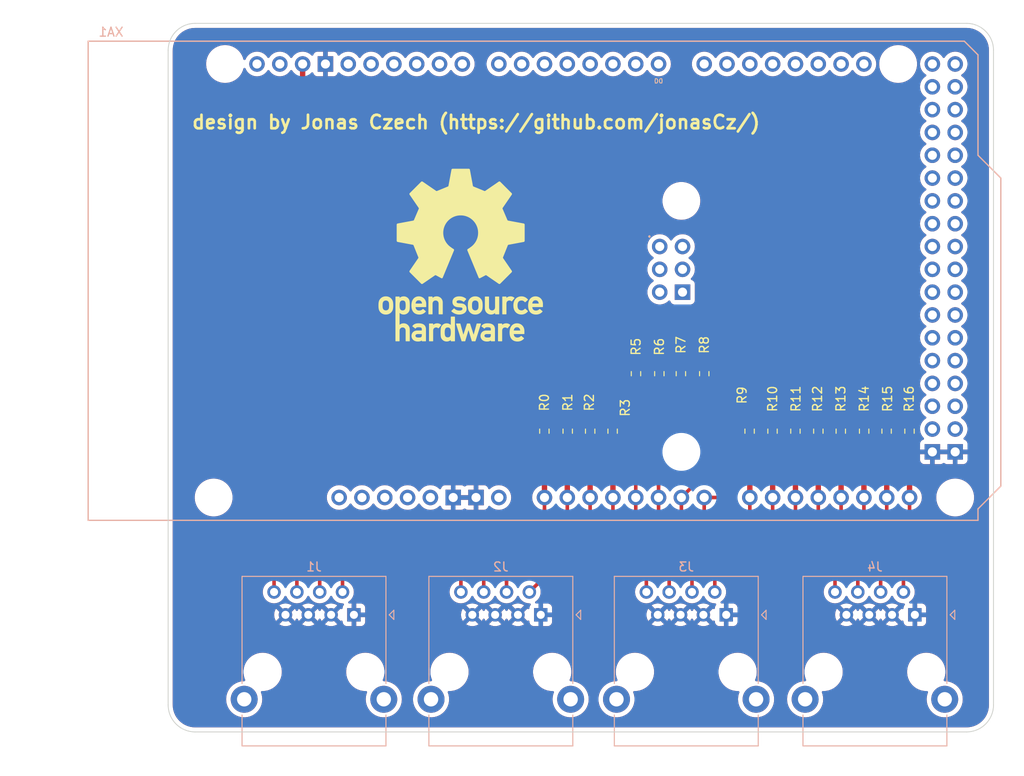
<source format=kicad_pcb>
(kicad_pcb (version 20211014) (generator pcbnew)
  (layers (0 "F.Cu" signal) (31 "B.Cu" signal) (34 "B.Paste" user) (35 "F.Paste" user) (36 "B.SilkS" user "B.Silkscreen") (37 "F.SilkS" user "F.Silkscreen") (38 "B.Mask" user) (39 "F.Mask" user) (44 "Edge.Cuts" user))
  (net 0 "")
  (net 1 "GND")
  (net 2 "AREF")
  (net 72 "Net-(XA1-PadA0)")
  (net 73 "Net-(XA1-PadA1)")
  (net 74 "Net-(XA1-PadA2)")
  (net 75 "Net-(R3-Pad1)")
  (net 76 "Net-(J2-Pad2)")
  (net 77 "Net-(J2-Pad4)")
  (net 78 "Net-(J2-Pad6)")
  (net 79 "Net-(J2-Pad8)")
  (net 80 "Net-(J3-Pad8)")
  (net 81 "Net-(J3-Pad6)")
  (net 82 "Net-(J3-Pad4)")
  (net 83 "Net-(J3-Pad2)")
  (net 84 "Net-(R16-Pad1)")
  (net 85 "Net-(R15-Pad1)")
  (net 86 "Net-(R14-Pad1)")
  (net 87 "Net-(R13-Pad1)")
  (footprint "Arduino_Library:Arduino_Mega2560_Shield" (layer "F.Cu") (at 76.214 85.324237)
    (fp_text reference "XA1")
    (fp_text value "Arduino_Mega2560_Shield")
  )
  (footprint "Resistor_SMD:R_0603_1608Metric" (layer "F.Cu") (at 139.8 69 90)
    (fp_text reference "R6")
    (fp_text value "10k")
  )
  (footprint "Resistor_SMD:R_0603_1608Metric" (layer "F.Cu") (at 154.95 75.4 90)
    (fp_text reference "R11")
    (fp_text value "10k")
  )
  (footprint "Resistor_SMD:R_0603_1608Metric" (layer "F.Cu") (at 129.6 75.4 90)
    (fp_text reference "R1")
    (fp_text value "10k")
  )
  (footprint "Resistor_SMD:R_0603_1608Metric" (layer "F.Cu") (at 157.5 75.4 90)
    (fp_text reference "R12")
    (fp_text value "10k")
  )
  (footprint "Resistor_SMD:R_0603_1608Metric" (layer "F.Cu") (at 167.65 75.4 90)
    (fp_text reference "R16")
    (fp_text value "10k")
  )
  (footprint "Resistor_SMD:R_0603_1608Metric" (layer "F.Cu") (at 127 75.4 90)
    (fp_text reference "R0")
    (fp_text value "10k")
  )
  (footprint "Resistor_SMD:R_0603_1608Metric" (layer "F.Cu") (at 142.2 69 90)
    (fp_text reference "R7")
    (fp_text value "10k")
  )
  (footprint "Resistor_SMD:R_0603_1608Metric" (layer "F.Cu") (at 144.8 69 90)
    (fp_text reference "R8")
    (fp_text value "10k")
  )
  (footprint "Resistor_SMD:R_0603_1608Metric" (layer "F.Cu") (at 160 75.4 90)
    (fp_text reference "R13")
    (fp_text value "10k")
  )
  (footprint "Resistor_SMD:R_0603_1608Metric" (layer "F.Cu") (at 137.2 69 90)
    (fp_text reference "R5")
    (fp_text value "10k")
  )
  (footprint "Resistor_SMD:R_0603_1608Metric" (layer "F.Cu") (at 132.1 75.4 90)
    (fp_text reference "R2")
    (fp_text value "10k")
  )
  (footprint "Resistor_SMD:R_0603_1608Metric" (layer "F.Cu") (at 162.6 75.4 90)
    (fp_text reference "R14")
    (fp_text value "10k")
  )
  (footprint "Resistor_SMD:R_0603_1608Metric" (layer "F.Cu") (at 165.1 75.4 90)
    (fp_text reference "R15")
    (fp_text value "10k")
  )
  (footprint "Resistor_SMD:R_0603_1608Metric" (layer "F.Cu") (at 134.6 75.4 90)
    (fp_text reference "R3")
    (fp_text value "10k")
  )
  (footprint "Resistor_SMD:R_0603_1608Metric" (layer "F.Cu") (at 152.4 75.4 90)
    (fp_text reference "R10")
    (fp_text value "10k")
  )
  (footprint "Resistor_SMD:R_0603_1608Metric" (layer "F.Cu") (at 149.85 75.4 90)
    (fp_text reference "R9")
    (fp_text value "10k")
  )
  (footprint "Connector_RJ:RJ45_Ninigi_GE" (layer "B.Cu") (at 126.6 95.845 180)
    (fp_text reference "J2")
    (fp_text value "RJ45")
  )
  (footprint "Connector_RJ:RJ45_Ninigi_GE" (layer "B.Cu") (at 105.8 95.845 180)
    (fp_text reference "J1")
    (fp_text value "RJ45")
  )
  (footprint "Connector_RJ:RJ45_Ninigi_GE" (layer "B.Cu") (at 147.245 95.845 180)
    (fp_text reference "J3")
    (fp_text value "RJ45")
  )
  (footprint "Connector_RJ:RJ45_Ninigi_GE" (layer "B.Cu") (at 168.245 95.845 180)
    (fp_text reference "J4")
    (fp_text value "RJ45")
  )
  (gr_poly (pts (xy 117.979159 64.785354) (xy 117.986673 64.785354) (xy 118.417626 63.454818) (xy 118.695016 63.454818) (xy 119.125968 64.785354) (xy 119.133695 64.785354) (xy 119.49702 63.454818) (xy 119.901939 63.454818) (xy 119.294879 65.355056) (xy 118.957376 65.355056) (xy 118.560078 64.024412) (xy 118.552564 64.024412) (xy 118.155266 65.355056) (xy 117.817974 65.355056) (xy 117.210809 63.454818) (xy 117.615515 63.454818)) (layer "F.SilkS") (width 0.08) (fill solid))
  (gr_poly (pts (xy 115.044754 60.431301) (xy 115.072796 60.433304) (xy 115.12912 60.441296) (xy 115.185299 60.45457) (xy 115.240781 60.473087) (xy 115.268086 60.4843) (xy 115.295009 60.49681) (xy 115.321481 60.510611) (xy 115.347431 60.525699) (xy 115.372791 60.54207) (xy 115.397491 60.559718) (xy 115.421462 60.578638) (xy 115.444636 60.598827) (xy 115.466941 60.620279) (xy 115.48831 60.642989) (xy 115.508672 60.666953) (xy 115.52796 60.692166) (xy 115.546102 60.718622) (xy 115.56303 60.746319) (xy 115.578675 60.775249) (xy 115.592968 60.80541) (xy 115.605838 60.836796) (xy 115.617217 60.869402) (xy 115.627036 60.903223) (xy 115.635225 60.938255) (xy 115.641715 60.974493) (xy 115.646436 61.011932) (xy 115.64932 61.050568) (xy 115.650296 61.090396) (xy 115.650296 62.353411) (xy 115.268026 62.353411) (xy 115.268026 61.221737) (xy 115.267557 61.197799) (xy 115.266164 61.174506) (xy 115.263866 61.151866) (xy 115.260683 61.129886) (xy 115.256635 61.108575) (xy 115.251743 61.087939) (xy 115.246025 61.067987) (xy 115.239503 61.048725) (xy 115.232195 61.030161) (xy 115.224121 61.012303) (xy 115.215303 60.995157) (xy 115.205759 60.978733) (xy 115.195509 60.963036) (xy 115.184573 60.948075) (xy 115.172972 60.933858) (xy 115.160725 60.92039) (xy 115.147851 60.907681) (xy 115.134372 60.895738) (xy 115.120306 60.884567) (xy 115.105675 60.874177) (xy 115.090496 60.864575) (xy 115.074792 60.855769) (xy 115.05858 60.847766) (xy 115.041882 60.840573) (xy 115.024717 60.834199) (xy 115.007105 60.82865) (xy 114.989067 60.823934) (xy 114.970621 60.820059) (xy 114.951788 60.817032) (xy 114.932588 60.814861) (xy 114.91304 60.813552) (xy 114.893165 60.813115) (xy 114.872953 60.813552) (xy 114.85309 60.814861) (xy 114.833594 60.817032) (xy 114.814486 60.820059) (xy 114.795783 60.823934) (xy 114.777507 60.82865) (xy 114.759674 60.834199) (xy 114.742306 60.840573) (xy 114.72542 60.847765) (xy 114.709037 60.855768) (xy 114.693176 60.864575) (xy 114.677855 60.874176) (xy 114.663094 60.884566) (xy 114.648912 60.895737) (xy 114.635329 60.90768) (xy 114.622363 60.920389) (xy 114.610035 60.933856) (xy 114.598362 60.948074) (xy 114.587365 60.963035) (xy 114.577062 60.978732) (xy 114.567473 60.995156) (xy 114.558617 61.012301) (xy 114.550513 61.03016) (xy 114.54318 61.048724) (xy 114.536639 61.067986) (xy 114.530907 61.087938) (xy 114.526004 61.108574) (xy 114.521949 61.129885) (xy 114.518762 61.151865) (xy 114.516462 61.174505) (xy 114.515068 61.197798) (xy 114.514599 61.221737) (xy 114.514599 62.353411) (xy 114.132329 62.353411) (xy 114.132329 60.453173) (xy 114.514599 60.453173) (xy 114.514599 60.655528) (xy 114.522219 60.655528) (xy 114.545294 60.628306) (xy 114.569571 60.602838) (xy 114.595016 60.579125) (xy 114.621596 60.557166) (xy 114.649278 60.536962) (xy 114.678027 60.518513) (xy 114.70781 60.50182) (xy 114.738595 60.486882) (xy 114.770347 60.473701) (xy 114.803032 60.462276) (xy 114.836619 60.452608) (xy 114.871072 60.444698) (xy 114.906358 60.438544) (xy 114.942445 60.434149) (xy 114.979298 60.431511) (xy 115.016883 60.430632)) (layer "F.SilkS") (width 0.08) (fill solid))
  (gr_poly (pts (xy 115.111662 63.43293) (xy 115.139591 63.434867) (xy 115.166945 63.438056) (xy 115.193747 63.442463) (xy 115.220018 63.448056) (xy 115.245781 63.454801) (xy 115.271059 63.462667) (xy 115.295874 63.47162) (xy 115.320249 63.481627) (xy 115.344206 63.492655) (xy 115.367768 63.504672) (xy 115.390957 63.517644) (xy 115.413796 63.531539) (xy 115.436306 63.546324) (xy 115.458512 63.561966) (xy 115.480434 63.578433) (xy 115.203151 63.908316) (xy 115.186577 63.896117) (xy 115.17053 63.884866) (xy 115.154922 63.87454) (xy 115.139666 63.865118) (xy 115.124673 63.856577) (xy 115.109856 63.848895) (xy 115.095127 63.842049) (xy 115.080397 63.836019) (xy 115.06558 63.830781) (xy 115.050586 63.826313) (xy 115.035329 63.822593) (xy 115.01972 63.8196) (xy 115.003671 63.81731) (xy 114.987095 63.815702) (xy 114.969903 63.814753) (xy 114.952008 63.814442) (xy 114.916952 63.815859) (xy 114.882247 63.820145) (xy 114.848156 63.827354) (xy 114.814943 63.837542) (xy 114.798748 63.843769) (xy 114.782871 63.850761) (xy 114.767346 63.858524) (xy 114.752205 63.867066) (xy 114.737481 63.876392) (xy 114.723207 63.88651) (xy 114.709417 63.897427) (xy 114.696143 63.909149) (xy 114.683418 63.921683) (xy 114.671275 63.935036) (xy 114.659747 63.949215) (xy 114.648867 63.964226) (xy 114.638668 63.980076) (xy 114.629183 63.996771) (xy 114.620445 64.01432) (xy 114.612487 64.032728) (xy 114.605341 64.052002) (xy 114.599042 64.072149) (xy 114.593621 64.093175) (xy 114.589111 64.115088) (xy 114.585547 64.137894) (xy 114.58296 64.1616) (xy 114.581384 64.186213) (xy 114.580851 64.21174) (xy 114.580851 65.355056) (xy 114.198581 65.355056) (xy 114.198581 63.454818) (xy 114.580851 63.454818) (xy 114.580851 63.657173) (xy 114.588365 63.657173) (xy 114.611459 63.629951) (xy 114.635752 63.604483) (xy 114.661211 63.58077) (xy 114.687803 63.558811) (xy 114.715495 63.538607) (xy 114.744253 63.520158) (xy 114.774044 63.503465) (xy 114.804834 63.488527) (xy 114.83659 63.475346) (xy 114.869279 63.463921) (xy 114.902867 63.454253) (xy 114.937322 63.446343) (xy 114.972609 63.440189) (xy 115.008696 63.435793) (xy 115.04555 63.433156) (xy 115.083136 63.432276)) (layer "F.SilkS") (width 0.08) (fill solid))
  (gr_poly (pts (xy 117.577255 60.43202) (xy 117.636132 60.435503) (xy 117.692664 60.441229) (xy 117.746956 60.44913) (xy 117.799114 60.45914) (xy 117.849241 60.471195) (xy 117.897443 60.485226) (xy 117.943824 60.50117) (xy 117.988491 60.518959) (xy 118.031547 60.538527) (xy 118.073098 60.559809) (xy 118.113249 60.582738) (xy 118.152104 60.607248) (xy 118.189769 60.633274) (xy 118.226348 60.660749) (xy 118.261946 60.689607) (xy 118.025937 60.966784) (xy 117.997781 60.94754) (xy 117.969461 60.929135) (xy 117.940908 60.911625) (xy 117.912049 60.895065) (xy 117.882814 60.879511) (xy 117.853131 60.865019) (xy 117.82293 60.851643) (xy 117.792138 60.83944) (xy 117.760686 60.828465) (xy 117.728501 60.818773) (xy 117.695513 60.810419) (xy 117.661651 60.80346) (xy 117.626843 60.797951) (xy 117.591018 60.793948) (xy 117.554105 60.791505) (xy 117.516033 60.790678) (xy 117.493672 60.790962) (xy 117.472241 60.791806) (xy 117.451724 60.793198) (xy 117.432108 60.795127) (xy 117.413379 60.79758) (xy 117.395521 60.800547) (xy 117.378521 60.804014) (xy 117.362364 60.807972) (xy 117.347035 60.812407) (xy 117.332521 60.817308) (xy 117.318806 60.822664) (xy 117.305877 60.828462) (xy 117.293719 60.834691) (xy 117.282318 60.841339) (xy 117.271659 60.848394) (xy 117.261728 60.855845) (xy 117.25251 60.86368) (xy 117.243991 60.871886) (xy 117.236157 60.880454) (xy 117.228993 60.88937) (xy 117.222485 60.898622) (xy 117.216619 60.9082) (xy 117.211379 60.918091) (xy 117.206752 60.928284) (xy 117.202724 60.938767) (xy 117.199279 60.949528) (xy 117.196404 60.960555) (xy 117.194083 60.971838) (xy 117.192304 60.983362) (xy 117.191051 60.995119) (xy 117.190309 61.007094) (xy 117.190065 61.019278) (xy 117.190785 61.034719) (xy 117.193013 61.050063) (xy 117.196853 61.065209) (xy 117.202411 61.080059) (xy 117.209792 61.094515) (xy 117.219098 61.108478) (xy 117.230435 61.121849) (xy 117.236898 61.128282) (xy 117.243908 61.13453) (xy 117.251478 61.140581) (xy 117.259621 61.146423) (xy 117.26835 61.152042) (xy 117.277678 61.157427) (xy 117.287618 61.162566) (xy 117.298184 61.167446) (xy 117.321243 61.176381) (xy 117.34696 61.184132) (xy 117.375439 61.190601) (xy 117.406785 61.195691) (xy 117.441102 61.199301) (xy 117.755957 61.221632) (xy 117.792176 61.224714) (xy 117.827024 61.229022) (xy 117.860516 61.234527) (xy 117.892666 61.241202) (xy 117.923489 61.249019) (xy 117.952998 61.257952) (xy 117.98121 61.267972) (xy 118.008137 61.279051) (xy 118.033796 61.291163) (xy 118.058199 61.30428) (xy 118.081362 61.318374) (xy 118.103299 61.333418) (xy 118.124025 61.349384) (xy 118.143553 61.366245) (xy 118.1619 61.383973) (xy 118.179078 61.40254) (xy 118.195103 61.42192) (xy 118.209989 61.442084) (xy 118.223751 61.463005) (xy 118.236402 61.484655) (xy 118.247959 61.507007) (xy 118.258434 61.530034) (xy 118.267843 61.553707) (xy 118.2762 61.578) (xy 118.283519 61.602885) (xy 118.289816 61.628333) (xy 118.299398 61.680813) (xy 118.305062 61.73522) (xy 118.306925 61.791333) (xy 118.305922 61.825665) (xy 118.302944 61.859064) (xy 118.298037 61.891519) (xy 118.291245 61.92302) (xy 118.282614 61.953557) (xy 118.272189 61.983119) (xy 118.260015 62.011696) (xy 118.246138 62.039278) (xy 118.230603 62.065854) (xy 118.213456 62.091416) (xy 118.194741 62.115951) (xy 118.174503 62.13945) (xy 118.152789 62.161903) (xy 118.129643 62.183299) (xy 118.105111 62.203628) (xy 118.079238 62.22288) (xy 118.052069 62.241045) (xy 118.02365 62.258112) (xy 117.963241 62.288912) (xy 117.898373 62.315199) (xy 117.82941 62.33689) (xy 117.756713 62.353904) (xy 117.680645 62.366158) (xy 117.601567 62.373571) (xy 117.519843 62.37606) (xy 117.462484 62.374741) (xy 117.405679 62.37078) (xy 117.349455 62.364171) (xy 117.293839 62.35491) (xy 117.23886 62.342991) (xy 117.184544 62.328409) (xy 117.13092 62.311158) (xy 117.078015 62.291234) (xy 117.025857 62.268631) (xy 116.974472 62.243344) (xy 116.92389 62.215368) (xy 116.874137 62.184696) (xy 116.825241 62.151325) (xy 116.77723 62.115249) (xy 116.73013 62.076462) (xy 116.683971 62.034959) (xy 116.950037 61.772705) (xy 116.981144 61.802019) (xy 117.012691 61.829476) (xy 117.044766 61.855071) (xy 117.077457 61.878799) (xy 117.11085 61.900655) (xy 117.145035 61.920636) (xy 117.180098 61.938735) (xy 117.216128 61.954949) (xy 117.253212 61.969273) (xy 117.291438 61.981702) (xy 117.330894 61.992231) (xy 117.371667 62.000857) (xy 117.413845 62.007574) (xy 117.457516 62.012377) (xy 117.502768 62.015263) (xy 117.549688 62.016226) (xy 117.56988 62.015985) (xy 117.589704 62.015262) (xy 117.609143 62.014058) (xy 117.628178 62.012373) (xy 117.646791 62.010208) (xy 117.664965 62.007565) (xy 117.682682 62.004442) (xy 117.699924 62.000842) (xy 117.716672 61.996764) (xy 117.73291 61.99221) (xy 117.748618 61.987179) (xy 117.76378 61.981674) (xy 117.778376 61.975693) (xy 117.79239 61.969238) (xy 117.805803 61.96231) (xy 117.818598 61.954909) (xy 117.830756 61.947036) (xy 117.842259 61.938691) (xy 117.85309 61.929875) (xy 117.863231 61.920589) (xy 117.872664 61.910833) (xy 117.88137 61.900608) (xy 117.889332 61.889915) (xy 117.896532 61.878754) (xy 117.902953 61.867126) (xy 117.908575 61.855031) (xy 117.913382 61.842471) (xy 117.917355 61.829446) (xy 117.920476 61.815956) (xy 117.922727 61.802002) (xy 117.924091 61.787584) (xy 117.92455 61.772705) (xy 117.924256 61.760327) (xy 117.923383 61.748485) (xy 117.921944 61.737168) (xy 117.919951 61.726365) (xy 117.917418 61.716064) (xy 117.914357 61.706253) (xy 117.910782 61.69692) (xy 117.906706 61.688055) (xy 117.902141 61.679645) (xy 117.8971 61.671679) (xy 117.891597 61.664145) (xy 117.885645 61.657032) (xy 117.879255 61.650328) (xy 117.872442 61.644022) (xy 117.865219 61.638101) (xy 117.857597 61.632555) (xy 117.849591 61.627372) (xy 117.841213 61.62254) (xy 117.823393 61.613882) (xy 117.804242 61.606491) (xy 117.783863 61.600272) (xy 117.762359 61.595134) (xy 117.739835 61.590983) (xy 117.716394 61.587727) (xy 117.69214 61.585273) (xy 117.354743 61.555322) (xy 117.296729 61.548516) (xy 117.240865 61.537964) (xy 117.213808 61.531293) (xy 117.18737 61.523698) (xy 117.16158 61.515183) (xy 117.136465 61.505752) (xy 117.112052 61.49541) (xy 117.088369 61.48416) (xy 117.065443 61.472007) (xy 117.043302 61.458956) (xy 117.021973 61.445009) (xy 117.001483 61.430172) (xy 116.981861 61.414448) (xy 116.963133 61.397842) (xy 116.945328 61.380358) (xy 116.928472 61.362) (xy 116.912593 61.342772) (xy 116.897719 61.322679) (xy 116.883877 61.301724) (xy 116.871094 61.279912) (xy 116.859398 61.257247) (xy 116.848817 61.233734) (xy 116.839377 61.209376) (xy 116.831107 61.184177) (xy 116.824034 61.158142) (xy 116.818186 61.131275) (xy 116.813589 61.103581) (xy 116.810272 61.075062) (xy 116.808261 61.045724) (xy 116.807585 61.015571) (xy 116.808479 60.979926) (xy 116.811134 60.94538) (xy 116.815512 60.911938) (xy 116.821574 60.879599) (xy 116.82928 60.848367) (xy 116.838591 60.818244) (xy 116.849468 60.789231) (xy 116.861872 60.76133) (xy 116.875764 60.734545) (xy 116.891105 60.708876) (xy 116.907855 60.684325) (xy 116.925976 60.660896) (xy 116.945428 60.638589) (xy 116.966172 60.617408) (xy 116.988169 60.597353) (xy 117.01138 60.578428) (xy 117.035766 60.560633) (xy 117.061288 60.543972) (xy 117.087906 60.528446) (xy 117.115582 60.514057) (xy 117.144275 60.500807) (xy 117.173949 60.488699) (xy 117.236076 60.467915) (xy 117.30165 60.451721) (xy 117.370359 60.440133) (xy 117.441889 60.433169) (xy 117.515927 60.430844)) (layer "F.SilkS") (width 0.08) (fill solid))
  (gr_poly (pts (xy 113.061949 60.431537) (xy 113.100739 60.434243) (xy 113.139088 60.438724) (xy 113.176939 60.444955) (xy 113.214235 60.452912) (xy 113.25092 60.462573) (xy 113.286939 60.473912) (xy 113.322235 60.486905) (xy 113.35675 60.50153) (xy 113.390431 60.517761) (xy 113.423219 60.535575) (xy 113.455059 60.554948) (xy 113.485894 60.575856) (xy 113.515668 60.598275) (xy 113.544326 60.62218) (xy 113.571809 60.647549) (xy 113.598064 60.674356) (xy 113.623032 60.702579) (xy 113.646658 60.732193) (xy 113.668885 60.763173) (xy 113.689658 60.795497) (xy 113.708919 60.82914) (xy 113.726613 60.864078) (xy 113.742684 60.900287) (xy 113.757075 60.937744) (xy 113.769729 60.976423) (xy 113.780591 61.016302) (xy 113.789605 61.057357) (xy 113.796713 61.099562) (xy 113.80186 61.142895) (xy 113.804989 61.187331) (xy 113.806045 61.232847) (xy 113.806045 61.5477) (xy 112.621664 61.5477) (xy 112.62222 61.57642) (xy 112.623875 61.604239) (xy 112.626605 61.631156) (xy 112.630389 61.65717) (xy 112.635206 61.682281) (xy 112.641033 61.706489) (xy 112.647848 61.729791) (xy 112.65563 61.752189) (xy 112.664356 61.773681) (xy 112.674004 61.794265) (xy 112.684554 61.813943) (xy 112.695981 61.832712) (xy 112.708266 61.850573) (xy 112.721385 61.867524) (xy 112.735317 61.883565) (xy 112.75004 61.898695) (xy 112.765532 61.912914) (xy 112.78177 61.92622) (xy 112.798734 61.938614) (xy 112.816401 61.950093) (xy 112.83475 61.960659) (xy 112.853757 61.970309) (xy 112.873402 61.979043) (xy 112.893662 61.986861) (xy 112.914516 61.993762) (xy 112.935941 61.999745) (xy 112.957916 62.00481) (xy 112.980418 62.008955) (xy 113.003427 62.01218) (xy 113.026918 62.014485) (xy 113.050872 62.015868) (xy 113.075266 62.01633) (xy 113.102788 62.015543) (xy 113.13049 62.013201) (xy 113.158291 62.009332) (xy 113.186108 62.003964) (xy 113.213858 61.997123) (xy 113.24146 61.988838) (xy 113.268831 61.979135) (xy 113.295889 61.968044) (xy 113.32255 61.95559) (xy 113.348734 61.941802) (xy 113.374358 61.926708) (xy 113.399339 61.910335) (xy 113.423595 61.89271) (xy 113.447044 61.873861) (xy 113.469603 61.853817) (xy 113.491191 61.832603) (xy 113.76858 62.068612) (xy 113.73279 62.107887) (xy 113.695751 62.14423) (xy 113.657528 62.177697) (xy 113.618187 62.208342) (xy 113.577793 62.23622) (xy 113.536412 62.261385) (xy 113.494108 62.283894) (xy 113.450947 62.3038) (xy 113.406996 62.321159) (xy 113.362318 62.336025) (xy 113.31698 62.348453) (xy 113.271047 62.358499) (xy 113.224585 62.366217) (xy 113.177658 62.371662) (xy 113.130333 62.374888) (xy 113.082674 62.375952) (xy 113.008969 62.373655) (xy 112.934529 62.366371) (xy 112.86011 62.353507) (xy 112.786471 62.33447) (xy 112.71437 62.308669) (xy 112.679132 62.293046) (xy 112.644563 62.27551) (xy 112.610757 62.255986) (xy 112.577809 62.234402) (xy 112.545814 62.210681) (xy 112.514865 62.184751) (xy 112.485059 62.156538) (xy 112.456489 62.125967) (xy 112.429251 62.092964) (xy 112.403438 62.057455) (xy 112.379147 62.019367) (xy 112.35647 61.978625) (xy 112.335504 61.935155) (xy 112.316343 61.888883) (xy 112.299082 61.839735) (xy 112.283815 61.787637) (xy 112.270636 61.732515) (xy 112.259642 61.674295) (xy 112.250926 61.612903) (xy 112.244582 61.548265) (xy 112.240707 61.480306) (xy 112.239394 61.408953) (xy 112.240599 61.34119) (xy 112.244155 61.2763) (xy 112.248222 61.232954) (xy 112.621664 61.232954) (xy 113.423775 61.232954) (xy 113.422276 61.206274) (xy 113.419894 61.18039) (xy 113.416645 61.155305) (xy 113.412548 61.131023) (xy 113.407618 61.107547) (xy 113.401875 61.084879) (xy 113.395333 61.063025) (xy 113.388011 61.041986) (xy 113.379927 61.021767) (xy 113.371096 61.002371) (xy 113.361536 60.9838) (xy 113.351264 60.966059) (xy 113.340298 60.949151) (xy 113.328654 60.933079) (xy 113.31635 60.917846) (xy 113.303403 60.903456) (xy 113.28983 60.889912) (xy 113.275647 60.877217) (xy 113.260874 60.865376) (xy 113.245525 60.854391) (xy 113.22962 60.844265) (xy 113.213174 60.835002) (xy 113.196205 60.826605) (xy 113.178729 60.819078) (xy 113.160766 60.812424) (xy 113.14233 60.806647) (xy 113.12344 60.801749) (xy 113.104113 60.797734) (xy 113.084365 60.794605) (xy 113.064214 60.792366) (xy 113.043678 60.79102) (xy 113.022773 60.790571) (xy 113.001856 60.79102) (xy 112.981289 60.792366) (xy 112.961089 60.794605) (xy 112.941276 60.797734) (xy 112.921869 60.801749) (xy 112.902888 60.806647) (xy 112.884351 60.812424) (xy 112.866278 60.819078) (xy 112.848688 60.826605) (xy 112.831601 60.835002) (xy 112.815035 60.844264) (xy 112.799009 60.85439) (xy 112.783544 60.865375) (xy 112.768658 60.877217) (xy 112.75437 60.889911) (xy 112.7407 60.903455) (xy 112.727667 60.917845) (xy 112.71529 60.933078) (xy 112.703588 60.94915) (xy 112.692581 60.966058) (xy 112.682287 60.9838) (xy 112.672727 61.00237) (xy 112.663918 61.021767) (xy 112.655881 61.041986) (xy 112.648635 61.063024) (xy 112.642199 61.084879) (xy 112.636591 61.107546) (xy 112.631832 61.131022) (xy 112.627941 61.155305) (xy 112.624936 61.18039) (xy 112.622837 61.206274) (xy 112.621664 61.232954) (xy 112.248222 61.232954) (xy 112.249978 61.214234) (xy 112.257984 61.154946) (xy 112.268086 61.098388) (xy 112.2802 61.044513) (xy 112.294241 60.993274) (xy 112.310124 60.944623) (xy 112.327764 60.898514) (xy 112.347075 60.854899) (xy 112.367973 60.81373) (xy 112.390373 60.774961) (xy 112.414189 60.738544) (xy 112.439337 60.704432) (xy 112.465732 60.672577) (xy 112.493288 60.642932) (xy 112.521921 60.615451) (xy 112.551545 60.590085) (xy 112.582076 60.566787) (xy 112.613428 60.545511) (xy 112.645517 60.526208) (xy 112.678257 60.508832) (xy 112.711563 60.493336) (xy 112.74535 60.479671) (xy 112.779534 60.467791) (xy 112.814029 60.457648) (xy 112.84875 60.449196) (xy 112.883612 60.442386) (xy 112.95342 60.433506) (xy 113.022773 60.43063)) (layer "F.SilkS") (width 0.08) (fill solid))
  (gr_poly (pts (xy 118.584335 46.222502) (xy 118.588364 46.222801) (xy 118.592373 46.223294) (xy 118.596356 46.223975) (xy 118.600308 46.224841) (xy 118.604221 46.225884) (xy 118.60809 46.227102) (xy 118.61191 46.228488) (xy 118.615674 46.230038) (xy 118.619376 46.231747) (xy 118.62301 46.23361) (xy 118.62657 46.235623) (xy 118.630051 46.237779) (xy 118.633446 46.240074) (xy 118.63675 46.242504) (xy 118.639956 46.245063) (xy 118.643058 46.247746) (xy 118.646051 46.250548) (xy 118.648928 46.253465) (xy 118.651684 46.256492) (xy 118.654313 46.259623) (xy 118.656808 46.262854) (xy 118.659164 46.266179) (xy 118.661374 46.269594) (xy 118.663433 46.273094) (xy 118.665335 46.276674) (xy 118.667073 46.280329) (xy 118.668643 46.284054) (xy 118.670037 46.287843) (xy 118.67125 46.291693) (xy 118.672275 46.295598) (xy 118.673108 46.299553) (xy 119.008071 48.099038) (xy 119.008918 48.103025) (xy 119.009945 48.107026) (xy 119.012521 48.115041) (xy 119.015752 48.123032) (xy 119.019595 48.130945) (xy 119.024005 48.138728) (xy 119.028935 48.14633) (xy 119.034341 48.153697) (xy 119.040178 48.160778) (xy 119.046401 48.167521) (xy 119.052965 48.173872) (xy 119.059824 48.179781) (xy 119.066933 48.185194) (xy 119.074247 48.19006) (xy 119.081722 48.194326) (xy 119.085505 48.196218) (xy 119.089312 48.19794) (xy 119.093136 48.199486) (xy 119.096971 48.200849) (xy 120.303047 48.694562) (xy 120.31054 48.69786) (xy 120.318487 48.700615) (xy 120.326817 48.702832) (xy 120.33546 48.704515) (xy 120.344347 48.705669) (xy 120.353409 48.706299) (xy 120.362574 48.706409) (xy 120.371772 48.706005) (xy 120.380935 48.705091) (xy 120.389993 48.703672) (xy 120.398874 48.701753) (xy 120.407509 48.699339) (xy 120.415829 48.696434) (xy 120.423764 48.693044) (xy 120.431243 48.689173) (xy 120.438196 48.684825) (xy 121.941558 47.653162) (xy 121.944945 47.650956) (xy 121.948432 47.648922) (xy 121.952011 47.647058) (xy 121.955675 47.645366) (xy 121.959417 47.643842) (xy 121.963228 47.642488) (xy 121.967101 47.641302) (xy 121.971028 47.640283) (xy 121.975002 47.639431) (xy 121.979016 47.638746) (xy 121.987128 47.63787) (xy 121.995305 47.63765) (xy 122.003485 47.63808) (xy 122.011606 47.639156) (xy 122.019608 47.640871) (xy 122.027429 47.64322) (xy 122.031253 47.64463) (xy 122.035008 47.646197) (xy 122.038688 47.647919) (xy 122.042284 47.649796) (xy 122.045789 47.651827) (xy 122.049196 47.654012) (xy 122.052496 47.65635) (xy 122.055681 47.65884) (xy 122.058745 47.661482) (xy 122.06168 47.664274) (xy 123.327764 48.930358) (xy 123.330556 48.933293) (xy 123.333196 48.936358) (xy 123.335683 48.939545) (xy 123.338018 48.942847) (xy 123.340198 48.946256) (xy 123.342225 48.949764) (xy 123.345812 48.957046) (xy 123.348776 48.964634) (xy 123.351112 48.972464) (xy 123.352814 48.980475) (xy 123.353879 48.988606) (xy 123.354301 48.996796) (xy 123.354076 49.004982) (xy 123.353199 49.013104) (xy 123.351666 49.021099) (xy 123.349472 49.028906) (xy 123.348125 49.03272) (xy 123.346612 49.036464) (xy 123.344931 49.04013) (xy 123.343081 49.043711) (xy 123.341063 49.047198) (xy 123.338876 49.050585) (xy 122.325204 50.528018) (xy 122.320844 50.535002) (xy 122.316975 50.542493) (xy 122.3136 50.550423) (xy 122.310725 50.558725) (xy 122.308353 50.56733) (xy 122.306489 50.57617) (xy 122.305137 50.585177) (xy 122.304302 50.594283) (xy 122.303987 50.60342) (xy 122.304198 50.612521) (xy 122.304938 50.621516) (xy 122.306213 50.630338) (xy 122.308026 50.638918) (xy 122.310381 50.64719) (xy 122.313283 50.655084) (xy 122.316737 50.662532) (xy 122.850032 51.906709) (xy 122.853078 51.914349) (xy 122.856822 51.921919) (xy 122.861213 51.929373) (xy 122.866197 51.936668) (xy 122.87172 51.943758) (xy 122.877731 51.950597) (xy 122.884177 51.95714) (xy 122.891004 51.963343) (xy 122.898159 51.96916) (xy 122.90559 51.974547) (xy 122.913244 51.979457) (xy 122.921069 51.983847) (xy 122.92901 51.98767) (xy 122.937016 51.990882) (xy 122.945033 51.993437) (xy 122.953009 51.995291) (xy 124.692802 52.318824) (xy 124.696747 52.319676) (xy 124.700643 52.320719) (xy 124.704485 52.321947) (xy 124.708266 52.323355) (xy 124.711984 52.324937) (xy 124.715631 52.326686) (xy 124.719204 52.328598) (xy 124.722698 52.330666) (xy 124.729426 52.335246) (xy 124.735777 52.34038) (xy 124.741711 52.346021) (xy 124.747187 52.352122) (xy 124.752165 52.358636) (xy 124.756606 52.365516) (xy 124.760471 52.372714) (xy 124.762174 52.376419) (xy 124.763718 52.380185) (xy 124.765098 52.384008) (xy 124.766309 52.387882) (xy 124.767346 52.391799) (xy 124.768203 52.395756) (xy 124.768877 52.399745) (xy 124.769361 52.403761) (xy 124.769652 52.407798) (xy 124.769743 52.411851) (xy 124.769531 54.202445) (xy 124.76943 54.206488) (xy 124.769129 54.210519) (xy 124.768635 54.214531) (xy 124.767952 54.218518) (xy 124.767085 54.222474) (xy 124.766038 54.226392) (xy 124.764818 54.230268) (xy 124.763429 54.234094) (xy 124.761876 54.237865) (xy 124.760163 54.241574) (xy 124.758297 54.245216) (xy 124.756281 54.248784) (xy 124.754122 54.252273) (xy 124.751824 54.255676) (xy 124.749391 54.258987) (xy 124.74683 54.262201) (xy 124.744144 54.265311) (xy 124.74134 54.26831) (xy 124.738421 54.271194) (xy 124.735394 54.273956) (xy 124.732262 54.276589) (xy 124.729031 54.279088) (xy 124.725707 54.281448) (xy 124.722293 54.28366) (xy 124.718796 54.285721) (xy 124.715219 54.287622) (xy 124.711568 54.28936) (xy 124.707848 54.290927) (xy 124.704065 54.292317) (xy 124.700222 54.293524) (xy 124.696325 54.294543) (xy 124.692379 54.295366) (xy 122.995341 54.611173) (xy 122.991346 54.611992) (xy 122.987342 54.612996) (xy 122.983337 54.614179) (xy 122.979335 54.615536) (xy 122.971369 54.618748) (xy 122.963496 54.622584) (xy 122.955766 54.626997) (xy 122.94823 54.631943) (xy 122.940939 54.637373) (xy 122.933943 54.643241) (xy 122.927294 54.649502) (xy 122.921041 54.656107) (xy 122.915235 54.663012) (xy 122.909927 54.670169) (xy 122.905169 54.677532) (xy 122.90101 54.685054) (xy 122.897501 54.692689) (xy 122.896006 54.696535) (xy 122.894693 54.700391) (xy 122.364892 56.023836) (xy 122.361614 56.031364) (xy 122.358882 56.039336) (xy 122.356689 56.047684) (xy 122.355031 56.056338) (xy 122.353902 56.06523) (xy 122.353296 56.074291) (xy 122.353208 56.083451) (xy 122.353633 56.092641) (xy 122.354566 56.101793) (xy 122.356 56.110838) (xy 122.357931 56.119706) (xy 122.360352 56.128329) (xy 122.363259 56.136637) (xy 122.366646 56.144562) (xy 122.370508 56.152034) (xy 122.374839 56.158985) (xy 123.338874 57.563712) (xy 123.34108 57.567099) (xy 123.343114 57.570587) (xy 123.344978 57.574169) (xy 123.34667 57.577837) (xy 123.348194 57.581584) (xy 123.349548 57.5854) (xy 123.350734 57.58928) (xy 123.351753 57.593214) (xy 123.352605 57.597196) (xy 123.353291 57.601218) (xy 123.354167 57.609348) (xy 123.354386 57.617544) (xy 123.353956 57.625743) (xy 123.35288 57.633884) (xy 123.351165 57.641905) (xy 123.348817 57.649744) (xy 123.347406 57.653576) (xy 123.34584 57.657339) (xy 123.344118 57.661026) (xy 123.342241 57.664629) (xy 123.340209 57.668139) (xy 123.338024 57.671551) (xy 123.335686 57.674854) (xy 123.333196 57.678043) (xy 123.330555 57.681109) (xy 123.327763 57.684044) (xy 122.061466 58.950128) (xy 122.05855 58.952901) (xy 122.055503 58.955524) (xy 122.052331 58.957998) (xy 122.049043 58.96032) (xy 122.045646 58.962491) (xy 122.042149 58.964509) (xy 122.034884 58.968087) (xy 122.02731 58.971046) (xy 122.019488 58.973383) (xy 122.011481 58.97509) (xy 122.003351 58.976163) (xy 121.99516 58.976596) (xy 121.986971 58.976384) (xy 121.978845 58.97552) (xy 121.970845 58.974) (xy 121.963033 58.971818) (xy 121.959217 58.970476) (xy 121.955471 58.968967) (xy 121.951803 58.96729) (xy 121.948222 58.965444) (xy 121.944733 58.963427) (xy 121.941346 58.961241) (xy 120.561385 58.014138) (xy 120.554448 58.00982) (xy 120.547019 58.006034) (xy 120.539164 58.002781) (xy 120.530951 58.000062) (xy 120.522448 57.99788) (xy 120.513723 57.996234) (xy 120.504842 57.995127) (xy 120.495874 57.994559) (xy 120.486886 57.994532) (xy 120.477946 57.995047) (xy 120.469121 57.996105) (xy 120.460479 57.997708) (xy 120.452088 57.999856) (xy 120.444015 58.002552) (xy 120.436328 58.005795) (xy 120.429093 58.009588) (xy 119.820552 58.334496) (xy 119.816913 58.336226) (xy 119.813244 58.337747) (xy 119.809551 58.339061) (xy 119.805841 58.340171) (xy 119.802119 58.341079) (xy 119.798392 58.341787) (xy 119.794667 58.342297) (xy 119.79095 58.342612) (xy 119.787246 58.342734) (xy 119.783564 58.342666) (xy 119.779908 58.34241) (xy 119.776285 58.341967) (xy 119.772701 58.341341) (xy 119.769163 58.340534) (xy 119.765678 58.339548) (xy 119.762251 58.338385) (xy 119.758889 58.337049) (xy 119.755597 58.33554) (xy 119.752384 58.333861) (xy 119.749254 58.332016) (xy 119.746214 58.330005) (xy 119.743271 58.327832) (xy 119.74043 58.325498) (xy 119.737699 58.323007) (xy 119.735083 58.32036) (xy 119.73259 58.317559) (xy 119.730224 58.314608) (xy 119.727993 58.311507) (xy 119.725902 58.308261) (xy 119.723959 58.30487) (xy 119.722169 58.301338) (xy 119.720539 58.297666) (xy 118.465885 55.265753) (xy 118.464434 55.261981) (xy 118.463175 55.258152) (xy 118.462106 55.254273) (xy 118.461225 55.250352) (xy 118.460529 55.246394) (xy 118.460015 55.242408) (xy 118.459681 55.238401) (xy 118.459525 55.23438) (xy 118.459544 55.230352) (xy 118.459735 55.226324) (xy 118.460097 55.222304) (xy 118.460627 55.218299) (xy 118.461323 55.214316) (xy 118.462181 55.210362) (xy 118.4632 55.206444) (xy 118.464376 55.20257) (xy 118.465709 55.198747) (xy 118.467195 55.194982) (xy 118.468831 55.191283) (xy 118.470616 55.187655) (xy 118.472547 55.184108) (xy 118.474621 55.180647) (xy 118.476836 55.17728) (xy 118.47919 55.174015) (xy 118.48168 55.170858) (xy 118.484303 55.167817) (xy 118.487058 55.164899) (xy 118.489942 55.162111) (xy 118.492951 55.159461) (xy 118.496085 55.156955) (xy 118.499341 55.1546) (xy 118.502715 55.152405) (xy 118.655009 55.059166) (xy 118.665971 55.052186) (xy 118.677674 55.044218) (xy 118.689898 55.035436) (xy 118.702422 55.026014) (xy 118.715026 55.016126) (xy 118.727488 55.005945) (xy 118.739588 54.995646) (xy 118.751106 54.985401) (xy 118.851922 54.916394) (xy 118.948136 54.84147) (xy 119.039488 54.760889) (xy 119.125713 54.674912) (xy 119.206549 54.583801) (xy 119.281734 54.487816) (xy 119.351005 54.387219) (xy 119.414099 54.28227) (xy 119.470754 54.173232) (xy 119.520706 54.060364) (xy 119.563695 53.943928) (xy 119.599456 53.824184) (xy 119.627727 53.701395) (xy 119.648246 53.575821) (xy 119.66075 53.447723) (xy 119.664977 53.317362) (xy 119.6624 53.215457) (xy 119.654753 53.114889) (xy 119.64216 53.015785) (xy 119.624746 52.918267) (xy 119.602635 52.82246) (xy 119.575951 52.728489) (xy 119.544819 52.636478) (xy 119.509364 52.546551) (xy 119.469709 52.458833) (xy 119.425979 52.373449) (xy 119.378299 52.290522) (xy 119.326793 52.210177) (xy 119.271585 52.132539) (xy 119.2128 52.057732) (xy 119.150563 51.98588) (xy 119.084997 51.917107) (xy 119.016227 51.851539) (xy 118.944378 51.7893) (xy 118.869574 51.730513) (xy 118.79194 51.675304) (xy 118.711599 51.623796) (xy 118.628677 51.576115) (xy 118.543297 51.532385) (xy 118.455585 51.492729) (xy 118.365664 51.457273) (xy 118.273659 51.42614) (xy 118.179695 51.399456) (xy 118.083895 51.377345) (xy 117.986385 51.359931) (xy 117.887289 51.347338) (xy 117.786731 51.339691) (xy 117.684835 51.337114) (xy 117.582939 51.339691) (xy 117.48238 51.347338) (xy 117.383283 51.359931) (xy 117.285771 51.377345) (xy 117.189969 51.399456) (xy 117.096002 51.42614) (xy 117.003994 51.457273) (xy 116.914069 51.492729) (xy 116.826353 51.532385) (xy 116.740969 51.576115) (xy 116.658042 51.623796) (xy 116.577697 51.675304) (xy 116.500058 51.730513) (xy 116.425249 51.7893) (xy 116.353395 51.851539) (xy 116.284621 51.917107) (xy 116.21905 51.98588) (xy 116.156807 52.057732) (xy 116.098018 52.132539) (xy 116.042805 52.210177) (xy 115.991295 52.290522) (xy 115.94361 52.373449) (xy 115.899876 52.458833) (xy 115.860217 52.546551) (xy 115.824758 52.636478) (xy 115.793623 52.728489) (xy 115.766937 52.82246) (xy 115.744823 52.918267) (xy 115.727407 53.015785) (xy 115.714813 53.114889) (xy 115.707165 53.215457) (xy 115.704588 53.317362) (xy 115.70565 53.382809) (xy 115.708815 53.447723) (xy 115.71405 53.512071) (xy 115.721323 53.575821) (xy 115.730599 53.63894) (xy 115.741846 53.701395) (xy 115.755032 53.763154) (xy 115.770123 53.824184) (xy 115.787087 53.884453) (xy 115.805891 53.943928) (xy 115.826502 54.002576) (xy 115.848886 54.060364) (xy 115.873011 54.11726) (xy 115.898845 54.173232) (xy 115.955505 54.282271) (xy 116.018604 54.387219) (xy 116.087877 54.487816) (xy 116.163062 54.583801) (xy 116.243896 54.674912) (xy 116.330116 54.760889) (xy 116.421458 54.84147) (xy 116.51766 54.916394) (xy 116.618459 54.985401) (xy 116.630042 54.995646) (xy 116.642184 55.005945) (xy 116.654671 55.016126) (xy 116.667288 55.026014) (xy 116.679821 55.035436) (xy 116.692055 55.044217) (xy 116.703775 55.052185) (xy 116.714768 55.059166) (xy 116.867062 55.152405) (xy 116.870455 55.1546) (xy 116.873727 55.156955) (xy 116.876877 55.159461) (xy 116.8799 55.162111) (xy 116.882796 55.164899) (xy 116.885561 55.167817) (xy 116.890691 55.174015) (xy 116.895271 55.180647) (xy 116.899281 55.187655) (xy 116.902704 55.194982) (xy 116.905519 55.20257) (xy 116.907708 55.210362) (xy 116.909251 55.218299) (xy 116.910131 55.226324) (xy 116.910326 55.23438) (xy 116.909819 55.242408) (xy 116.909296 55.246394) (xy 116.908591 55.250352) (xy 116.9077 55.254273) (xy 116.906621 55.258152) (xy 116.905353 55.261981) (xy 116.903892 55.265753) (xy 115.649133 58.297561) (xy 115.647503 58.301233) (xy 115.645712 58.304766) (xy 115.643768 58.308158) (xy 115.641675 58.311407) (xy 115.639442 58.314509) (xy 115.637073 58.317463) (xy 115.634577 58.320266) (xy 115.631958 58.322917) (xy 115.629223 58.325411) (xy 115.62638 58.327748) (xy 115.623433 58.329925) (xy 115.62039 58.331939) (xy 115.617257 58.333788) (xy 115.61404 58.335469) (xy 115.610746 58.336981) (xy 115.607381 58.33832) (xy 115.603952 58.339485) (xy 115.600464 58.340473) (xy 115.596925 58.341282) (xy 115.59334 58.341909) (xy 115.589717 58.342352) (xy 115.586061 58.342608) (xy 115.582379 58.342676) (xy 115.578677 58.342552) (xy 115.574962 58.342235) (xy 115.57124 58.341721) (xy 115.567517 58.341009) (xy 115.5638 58.340097) (xy 115.560096 58.338981) (xy 115.55641 58.33766) (xy 115.552749 58.336131) (xy 115.54912 58.334391) (xy 114.940578 58.009483) (xy 114.933362 58.005691) (xy 114.925687 58.002451) (xy 114.917623 57.99976) (xy 114.909237 57.997618) (xy 114.900597 57.996022) (xy 114.891772 57.99497) (xy 114.882829 57.994462) (xy 114.873837 57.994494) (xy 114.864864 57.995066) (xy 114.855977 57.996176) (xy 114.847245 57.997822) (xy 114.838735 58.000002) (xy 114.830517 58.002715) (xy 114.822657 58.00596) (xy 114.815225 58.009733) (xy 114.808287 58.014034) (xy 113.428432 58.961136) (xy 113.425035 58.963323) (xy 113.421539 58.965339) (xy 113.41795 58.967185) (xy 113.414276 58.968863) (xy 113.410525 58.970371) (xy 113.406704 58.971713) (xy 113.402822 58.972887) (xy 113.398886 58.973895) (xy 113.394903 58.974738) (xy 113.390882 58.975415) (xy 113.382754 58.976279) (xy 113.374564 58.976491) (xy 113.366373 58.976058) (xy 113.358243 58.974985) (xy 113.350236 58.973277) (xy 113.342412 58.970941) (xy 113.338588 58.969539) (xy 113.334834 58.967982) (xy 113.331156 58.96627) (xy 113.327562 58.964405) (xy 113.324061 58.962386) (xy 113.320659 58.960215) (xy 113.317365 58.957893) (xy 113.314186 58.95542) (xy 113.31113 58.952796) (xy 113.308205 58.950023) (xy 112.041909 57.683939) (xy 112.039126 57.681004) (xy 112.036494 57.677938) (xy 112.034012 57.674749) (xy 112.031682 57.671446) (xy 112.029504 57.668034) (xy 112.027479 57.664524) (xy 112.023891 57.657234) (xy 112.020923 57.649639) (xy 112.01858 57.6418) (xy 112.016869 57.633779) (xy 112.015795 57.625638) (xy 112.015363 57.617439) (xy 112.015579 57.609243) (xy 112.016449 57.601112) (xy 112.017978 57.593109) (xy 112.020171 57.585295) (xy 112.021519 57.581478) (xy 112.023035 57.577732) (xy 112.02472 57.574064) (xy 112.026575 57.570482) (xy 112.0286 57.566994) (xy 112.030797 57.563607) (xy 112.994726 56.15888) (xy 112.999094 56.151929) (xy 113.002985 56.144457) (xy 113.006395 56.136532) (xy 113.00932 56.128223) (xy 113.011754 56.119601) (xy 113.013693 56.110733) (xy 113.015131 56.101688) (xy 113.016065 56.092536) (xy 113.016489 56.083346) (xy 113.016399 56.074186) (xy 113.015789 56.065126) (xy 113.014655 56.056234) (xy 113.012992 56.047579) (xy 113.010795 56.039232) (xy 113.008059 56.031259) (xy 113.00478 56.023732) (xy 112.474979 54.700286) (xy 112.473674 54.69643) (xy 112.472186 54.692584) (xy 112.468683 54.684949) (xy 112.464523 54.677427) (xy 112.459757 54.670064) (xy 112.454438 54.662907) (xy 112.448616 54.656002) (xy 112.442345 54.649396) (xy 112.435675 54.643136) (xy 112.42866 54.637267) (xy 112.42135 54.631837) (xy 112.413799 54.626892) (xy 112.406057 54.622478) (xy 112.398176 54.618643) (xy 112.39021 54.615431) (xy 112.382209 54.612891) (xy 112.378212 54.611887) (xy 112.374226 54.611068) (xy 110.677188 54.295262) (xy 110.673233 54.294438) (xy 110.669328 54.293419) (xy 110.665478 54.292212) (xy 110.661688 54.290822) (xy 110.657964 54.289255) (xy 110.654309 54.287518) (xy 110.650729 54.285616) (xy 110.647229 54.283555) (xy 110.643814 54.281343) (xy 110.640488 54.278983) (xy 110.634127 54.273851) (xy 110.628183 54.268205) (xy 110.622697 54.262096) (xy 110.617709 54.255571) (xy 110.613257 54.248679) (xy 110.609382 54.241469) (xy 110.606123 54.233989) (xy 110.604737 54.230163) (xy 110.603519 54.226287) (xy 110.602475 54.222369) (xy 110.60161 54.218413) (xy 110.600929 54.214426) (xy 110.600436 54.210414) (xy 110.600137 54.206383) (xy 110.600036 54.202339) (xy 110.59993 52.411745) (xy 110.60003 52.407703) (xy 110.600329 52.403674) (xy 110.60082 52.399667) (xy 110.6015 52.395685) (xy 110.602363 52.391736) (xy 110.603404 52.387825) (xy 110.604619 52.383958) (xy 110.606002 52.380141) (xy 110.607549 52.37638) (xy 110.609255 52.37268) (xy 110.611115 52.369048) (xy 110.613124 52.36549) (xy 110.615277 52.362011) (xy 110.617569 52.358617) (xy 110.619996 52.355314) (xy 110.622552 52.352109) (xy 110.625233 52.349006) (xy 110.628033 52.346012) (xy 110.630949 52.343133) (xy 110.633974 52.340374) (xy 110.637105 52.337742) (xy 110.640336 52.335243) (xy 110.643662 52.332881) (xy 110.647079 52.330664) (xy 110.650581 52.328597) (xy 110.654164 52.326686) (xy 110.657823 52.324937) (xy 110.661552 52.323355) (xy 110.665348 52.321947) (xy 110.669205 52.320719) (xy 110.673118 52.319676) (xy 110.677083 52.318824) (xy 112.416771 51.995291) (xy 112.420769 51.994455) (xy 112.424783 51.993437) (xy 112.432829 51.990882) (xy 112.440857 51.98767) (xy 112.448815 51.983847) (xy 112.45665 51.979457) (xy 112.46431 51.974547) (xy 112.471742 51.96916) (xy 112.478895 51.963343) (xy 112.485715 51.95714) (xy 112.49215 51.950597) (xy 112.498148 51.943758) (xy 112.503656 51.936668) (xy 112.508623 51.929373) (xy 112.512995 51.921919) (xy 112.51672 51.914349) (xy 112.518324 51.910535) (xy 112.519746 51.906709) (xy 113.053147 50.662532) (xy 113.056582 50.655084) (xy 113.059468 50.64719) (xy 113.06181 50.638918) (xy 113.063613 50.630338) (xy 113.06488 50.621516) (xy 113.065617 50.612521) (xy 113.065827 50.60342) (xy 113.065516 50.594283) (xy 113.064688 50.585177) (xy 113.063347 50.57617) (xy 113.061497 50.56733) (xy 113.059144 50.558725) (xy 113.056292 50.550423) (xy 113.052946 50.542493) (xy 113.049109 50.535002) (xy 113.044786 50.528018) (xy 112.031008 49.050585) (xy 112.028803 49.047198) (xy 112.026769 49.043711) (xy 112.024907 49.04013) (xy 112.023216 49.036464) (xy 112.021695 49.03272) (xy 112.020343 49.028906) (xy 112.01916 49.02503) (xy 112.018144 49.021099) (xy 112.017296 49.017121) (xy 112.016613 49.013104) (xy 112.015744 49.004982) (xy 112.015531 48.996796) (xy 112.015967 48.988606) (xy 112.017047 48.980475) (xy 112.018764 48.972464) (xy 112.021113 48.964634) (xy 112.022523 48.960806) (xy 112.024088 48.957046) (xy 112.025808 48.953363) (xy 112.027682 48.949764) (xy 112.029709 48.946256) (xy 112.031889 48.942847) (xy 112.034221 48.939545) (xy 112.036704 48.936358) (xy 112.039338 48.933293) (xy 112.042121 48.930358) (xy 113.308311 47.664274) (xy 113.311237 47.661482) (xy 113.314293 47.658841) (xy 113.317472 47.656351) (xy 113.320766 47.654013) (xy 113.324167 47.651828) (xy 113.327669 47.649796) (xy 113.33494 47.646197) (xy 113.342519 47.64322) (xy 113.350342 47.640871) (xy 113.35835 47.639156) (xy 113.36648 47.638081) (xy 113.374671 47.63765) (xy 113.382861 47.63787) (xy 113.390989 47.638746) (xy 113.398993 47.640283) (xy 113.406811 47.642488) (xy 113.410631 47.643843) (xy 113.414382 47.645366) (xy 113.418056 47.647059) (xy 113.421645 47.648922) (xy 113.425142 47.650956) (xy 113.428538 47.653162) (xy 114.931795 48.684825) (xy 114.93873 48.689173) (xy 114.946192 48.693044) (xy 114.954113 48.696435) (xy 114.962422 48.699339) (xy 114.971049 48.701754) (xy 114.979924 48.703672) (xy 114.988977 48.705091) (xy 114.998139 48.706005) (xy 115.007339 48.706409) (xy 115.016508 48.706299) (xy 115.025575 48.705669) (xy 115.034471 48.704515) (xy 115.043126 48.702832) (xy 115.051469 48.700616) (xy 115.059432 48.697861) (xy 115.066944 48.694562) (xy 116.273127 48.200849) (xy 116.280803 48.19794) (xy 116.288406 48.194326) (xy 116.295889 48.19006) (xy 116.303209 48.185194) (xy 116.310321 48.179781) (xy 116.317179 48.173872) (xy 116.32374 48.167521) (xy 116.329958 48.160778) (xy 116.33579 48.153697) (xy 116.34119 48.14633) (xy 116.346114 48.138728) (xy 116.350517 48.130945) (xy 116.354354 48.123032) (xy 116.357581 48.115041) (xy 116.360153 48.107026) (xy 116.362026 48.099038) (xy 116.696883 46.299553) (xy 116.697716 46.295598) (xy 116.698741 46.291693) (xy 116.699954 46.287843) (xy 116.701348 46.284054) (xy 116.702917 46.280329) (xy 116.704655 46.276674) (xy 116.706557 46.273094) (xy 116.708615 46.269594) (xy 116.710825 46.266179) (xy 116.71318 46.262854) (xy 116.718301 46.256492) (xy 116.723931 46.250548) (xy 116.730022 46.245063) (xy 116.736526 46.240074) (xy 116.743395 46.235623) (xy 116.750581 46.231747) (xy 116.754278 46.230038) (xy 116.758036 46.228488) (xy 116.76185 46.227102) (xy 116.765713 46.225884) (xy 116.769619 46.224841) (xy 116.773563 46.223975) (xy 116.777538 46.223294) (xy 116.781539 46.222801) (xy 116.785559 46.222502) (xy 116.789592 46.222401) (xy 118.580292 46.222401)) (layer "F.SilkS") (width 0.08) (fill solid))
  (gr_poly (pts (xy 124.479855 60.431034) (xy 124.506376 60.432234) (xy 124.532546 60.434215) (xy 124.558365 60.436961) (xy 124.608941 60.444685) (xy 124.6581 60.455281) (xy 124.705834 60.468622) (xy 124.752137 60.484582) (xy 124.797003 60.503035) (xy 124.840426 60.523856) (xy 124.882399 60.546918) (xy 124.922915 60.572094) (xy 124.96197 60.59926) (xy 124.999555 60.628289) (xy 125.035665 60.659054) (xy 125.070293 60.691431) (xy 125.103433 60.725293) (xy 125.135079 60.760513) (xy 124.853985 61.011656) (xy 124.835962 60.990275) (xy 124.816994 60.969757) (xy 124.797111 60.950172) (xy 124.77634 60.931593) (xy 124.75471 60.91409) (xy 124.732248 60.897735) (xy 124.708983 60.882599) (xy 124.684943 60.868754) (xy 124.660157 60.856271) (xy 124.634652 60.84522) (xy 124.608457 60.835674) (xy 124.581601 60.827704) (xy 124.55411 60.821381) (xy 124.526014 60.816776) (xy 124.49734 60.81396) (xy 124.468118 60.813006) (xy 124.411284 60.815085) (xy 124.357519 60.821386) (xy 124.331813 60.826148) (xy 124.306906 60.832) (xy 124.282807 60.838954) (xy 124.259527 60.847022) (xy 124.237075 60.856215) (xy 124.215464 60.866544) (xy 124.194702 60.878023) (xy 124.1748 60.890661) (xy 124.155768 60.904472) (xy 124.137617 60.919466) (xy 124.120357 60.935655) (xy 124.103998 60.953051) (xy 124.088551 60.971665) (xy 124.074026 60.99151) (xy 124.060432 61.012596) (xy 124.047782 61.034936) (xy 124.036084 61.058542) (xy 124.025349 61.083424) (xy 124.015588 61.109594) (xy 124.00681 61.137065) (xy 123.999027 61.165848) (xy 123.992248 61.195954) (xy 123.986483 61.227395) (xy 123.981744 61.260183) (xy 123.975381 61.329847) (xy 123.973242 61.405038) (xy 123.973779 61.443014) (xy 123.975382 61.479617) (xy 123.978042 61.514858) (xy 123.981748 61.548749) (xy 123.98649 61.5813) (xy 123.992257 61.612523) (xy 123.999039 61.642428) (xy 124.006825 61.671026) (xy 124.015606 61.698327) (xy 124.025371 61.724344) (xy 124.036109 61.749088) (xy 124.04781 61.772568) (xy 124.060464 61.794795) (xy 124.07406 61.815782) (xy 124.088588 61.835539) (xy 124.104038 61.854076) (xy 124.120399 61.871405) (xy 124.137661 61.887537) (xy 124.155814 61.902482) (xy 124.174847 61.916252) (xy 124.194749 61.928857) (xy 124.215511 61.940309) (xy 124.237122 61.950618) (xy 124.259572 61.959795) (xy 124.28285 61.967852) (xy 124.306946 61.974799) (xy 124.331849 61.980647) (xy 124.35755 61.985408) (xy 124.384037 61.989091) (xy 124.411302 61.991708) (xy 124.439332 61.993271) (xy 124.468118 61.993789) (xy 124.482796 61.993549) (xy 124.497339 61.992835) (xy 124.511745 61.991656) (xy 124.52601 61.99002) (xy 124.554101 61.985415) (xy 124.581586 61.979092) (xy 124.608436 61.971122) (xy 124.634625 61.961576) (xy 124.660123 61.950525) (xy 124.684904 61.938042) (xy 124.708939 61.924197) (xy 124.732202 61.909061) (xy 124.754663 61.892706) (xy 124.776296 61.875203) (xy 124.797072 61.856624) (xy 124.816964 61.837039) (xy 124.835945 61.816521) (xy 124.853985 61.79514) (xy 125.135079 62.046281) (xy 125.103452 62.081446) (xy 125.070327 62.115262) (xy 125.035712 62.147601) (xy 124.999613 62.178338) (xy 124.962037 62.207343) (xy 124.922989 62.234492) (xy 124.882476 62.259658) (xy 124.840504 62.282712) (xy 124.797081 62.30353) (xy 124.752211 62.321983) (xy 124.705901 62.337945) (xy 124.658159 62.351289) (xy 124.608989 62.361889) (xy 124.558399 62.369617) (xy 124.506395 62.374347) (xy 124.452983 62.375952) (xy 124.371045 62.37267) (xy 124.290055 62.362687) (xy 124.210612 62.345799) (xy 124.133315 62.321803) (xy 124.095657 62.307075) (xy 124.058761 62.290494) (xy 124.022701 62.272033) (xy 123.98755 62.251667) (xy 123.953385 62.229371) (xy 123.920281 62.205119) (xy 123.888311 62.178886) (xy 123.857551 62.150646) (xy 123.828075 62.120373) (xy 123.799959 62.088043) (xy 123.773277 62.053629) (xy 123.748104 62.017106) (xy 123.724515 61.978448) (xy 123.702585 61.937631) (xy 123.682388 61.894627) (xy 123.663999 61.849413) (xy 123.647494 61.801962) (xy 123.632947 61.75225) (xy 123.620432 61.700249) (xy 123.610025 61.645935) (xy 123.6018 61.589283) (xy 123.595833 61.530266) (xy 123.592198 61.46886) (xy 123.590969 61.405038) (xy 123.592198 61.340918) (xy 123.595833 61.27923) (xy 123.6018 61.219949) (xy 123.610025 61.163048) (xy 123.620432 61.108503) (xy 123.632947 61.056285) (xy 123.647494 61.00637) (xy 123.663999 60.958732) (xy 123.682388 60.913344) (xy 123.702585 60.870181) (xy 123.724515 60.829215) (xy 123.748104 60.790422) (xy 123.773277 60.753776) (xy 123.799959 60.719249) (xy 123.828075 60.686817) (xy 123.857551 60.656452) (xy 123.888311 60.62813) (xy 123.920281 60.601823) (xy 123.953385 60.577507) (xy 123.98755 60.555155) (xy 124.022701 60.53474) (xy 124.058761 60.516237) (xy 124.095657 60.49962) (xy 124.133315 60.484863) (xy 124.171658 60.47194) (xy 124.210612 60.460824) (xy 124.250103 60.451489) (xy 124.290055 60.443911) (xy 124.330394 60.438061) (xy 124.371045 60.433915) (xy 124.452983 60.43063)) (layer "F.SilkS") (width 0.08) (fill solid))
  (gr_poly (pts (xy 119.335106 60.431001) (xy 119.361832 60.432092) (xy 119.387872 60.43388) (xy 119.413235 60.436338) (xy 119.43793 60.439442) (xy 119.461967 60.443167) (xy 119.485353 60.447485) (xy 119.508099 60.452374) (xy 119.530212 60.457806) (xy 119.551702 60.463756) (xy 119.572578 60.470199) (xy 119.592849 60.47711) (xy 119.612524 60.484463) (xy 119.631611 60.492233) (xy 119.650121 60.500394) (xy 119.668061 60.508921) (xy 119.702269 60.526971) (xy 119.734308 60.54618) (xy 119.76425 60.566343) (xy 119.792166 60.587258) (xy 119.818127 60.608721) (xy 119.842207 60.630528) (xy 119.864476 60.652478) (xy 119.885006 60.674365) (xy 119.911406 60.704605) (xy 119.935823 60.735129) (xy 119.958295 60.766311) (xy 119.978862 60.798524) (xy 119.997561 60.832143) (xy 120.014432 60.86754) (xy 120.029513 60.90509) (xy 120.042843 60.945166) (xy 120.05446 60.988142) (xy 120.064402 61.034391) (xy 120.07271 61.084286) (xy 120.07942 61.138203) (xy 120.084572 61.196513) (xy 120.088204 61.259592) (xy 120.090355 61.327812) (xy 120.091063 61.401547) (xy 120.090355 61.475899) (xy 120.088204 61.544663) (xy 120.084572 61.608218) (xy 120.07942 61.666942) (xy 120.07271 61.721213) (xy 120.064402 61.771409) (xy 120.05446 61.817909) (xy 120.042843 61.861089) (xy 120.029513 61.901329) (xy 120.014432 61.939006) (xy 119.997561 61.974499) (xy 119.978862 62.008186) (xy 119.958295 62.040444) (xy 119.935823 62.071653) (xy 119.911406 62.102189) (xy 119.885006 62.132432) (xy 119.864476 62.154317) (xy 119.842207 62.176259) (xy 119.818127 62.198056) (xy 119.792165 62.219506) (xy 119.76425 62.240404) (xy 119.734308 62.26055) (xy 119.702269 62.279739) (xy 119.668061 62.297769) (xy 119.631611 62.314437) (xy 119.592849 62.329541) (xy 119.551702 62.342878) (xy 119.508098 62.354244) (xy 119.461967 62.363438) (xy 119.413235 62.370256) (xy 119.361832 62.374495) (xy 119.307685 62.375953) (xy 119.280283 62.375584) (xy 119.253575 62.374495) (xy 119.227552 62.37271) (xy 119.202204 62.370256) (xy 119.177523 62.367156) (xy 119.153501 62.363438) (xy 119.130127 62.359125) (xy 119.107393 62.354244) (xy 119.085291 62.34882) (xy 119.06381 62.342878) (xy 119.042943 62.336443) (xy 119.02268 62.329542) (xy 119.003013 62.322198) (xy 118.983932 62.314438) (xy 118.965429 62.306287) (xy 118.947494 62.297769) (xy 118.913294 62.279739) (xy 118.881262 62.26055) (xy 118.851325 62.240405) (xy 118.823412 62.219506) (xy 118.797453 62.198057) (xy 118.773374 62.176259) (xy 118.751105 62.154317) (xy 118.730575 62.132432) (xy 118.704173 62.10219) (xy 118.67975 62.071657) (xy 118.657267 62.040453) (xy 118.636687 62.0082) (xy 118.617971 61.97452) (xy 118.601082 61.939033) (xy 118.585982 61.901362) (xy 118.572633 61.861128) (xy 118.560996 61.817952) (xy 118.551034 61.771455) (xy 118.542709 61.72126) (xy 118.535983 61.666987) (xy 118.530818 61.608257) (xy 118.527175 61.544693) (xy 118.525018 61.475916) (xy 118.524307 61.401547) (xy 118.906681 61.401547) (xy 118.906952 61.451239) (xy 118.907789 61.49652) (xy 118.909232 61.537724) (xy 118.911318 61.575186) (xy 118.914087 61.609243) (xy 118.917576 61.64023) (xy 118.921824 61.668482) (xy 118.926869 61.694335) (xy 118.932751 61.718124) (xy 118.939506 61.740184) (xy 118.947175 61.760852) (xy 118.955795 61.780463) (xy 118.965404 61.799352) (xy 118.976042 61.817854) (xy 118.987746 61.836306) (xy 119.000556 61.855043) (xy 119.011792 61.869594) (xy 119.024453 61.883642) (xy 119.038461 61.897126) (xy 119.053739 61.909985) (xy 119.070208 61.922161) (xy 119.08779 61.933593) (xy 119.106407 61.944221) (xy 119.125982 61.953984) (xy 119.146436 61.962824) (xy 119.167691 61.97068) (xy 119.18967 61.977491) (xy 119.212294 61.983199) (xy 119.235485 61.987743) (xy 119.259166 61.991063) (xy 119.283258 61.993099) (xy 119.307684 61.993791) (xy 119.332145 61.993098) (xy 119.356263 61.991059) (xy 119.379963 61.987734) (xy 119.403167 61.983184) (xy 119.425799 61.97747) (xy 119.447781 61.970651) (xy 119.469038 61.962789) (xy 119.489492 61.953944) (xy 119.509067 61.944176) (xy 119.527686 61.933546) (xy 119.545272 61.922114) (xy 119.561749 61.90994) (xy 119.577039 61.897086) (xy 119.591066 61.883611) (xy 119.603753 61.869577) (xy 119.609571 61.862368) (xy 119.615024 61.855043) (xy 119.627831 61.836307) (xy 119.639529 61.817862) (xy 119.650156 61.799376) (xy 119.659752 61.780521) (xy 119.668356 61.760965) (xy 119.676007 61.74038) (xy 119.682743 61.718434) (xy 119.688605 61.694798) (xy 119.693631 61.669141) (xy 119.69786 61.641134) (xy 119.701331 61.610447) (xy 119.704083 61.576749) (xy 119.706156 61.539711) (xy 119.707588 61.499002) (xy 119.708687 61.405252) (xy 119.708419 61.355557) (xy 119.707588 61.31027) (xy 119.706156 61.269056) (xy 119.704083 61.231582) (xy 119.701331 61.197512) (xy 119.69786 61.166512) (xy 119.693631 61.138248) (xy 119.688605 61.112384) (xy 119.682743 61.088586) (xy 119.676007 61.06652) (xy 119.668356 61.045851) (xy 119.659752 61.026245) (xy 119.650156 61.007367) (xy 119.639529 60.988882) (xy 119.627831 60.970456) (xy 119.615024 60.951754) (xy 119.603753 60.937203) (xy 119.591066 60.923155) (xy 119.577039 60.909671) (xy 119.561749 60.896811) (xy 119.545272 60.884636) (xy 119.527686 60.873204) (xy 119.509067 60.862576) (xy 119.489492 60.852813) (xy 119.469038 60.843973) (xy 119.447781 60.836117) (xy 119.425799 60.829306) (xy 119.403167 60.823598) (xy 119.379963 60.819054) (xy 119.356263 60.815734) (xy 119.332145 60.813698) (xy 119.307684 60.813006) (xy 119.283258 60.813699) (xy 119.259166 60.815738) (xy 119.235485 60.819063) (xy 119.212294 60.823613) (xy 119.18967 60.829327) (xy 119.167691 60.836145) (xy 119.146436 60.844008) (xy 119.125982 60.852853) (xy 119.106407 60.862621) (xy 119.08779 60.873251) (xy 119.070208 60.884683) (xy 119.053739 60.896857) (xy 119.038461 60.909711) (xy 119.024453 60.923186) (xy 119.011792 60.93722) (xy 119.005991 60.944429) (xy 119.000556 60.951754) (xy 118.987746 60.970455) (xy 118.976042 60.988874) (xy 118.965404 61.007342) (xy 118.955795 61.026187) (xy 118.947175 61.045738) (xy 118.939506 61.066325) (xy 118.932751 61.088276) (xy 118.926869 61.111921) (xy 118.921824 61.137588) (xy 118.917576 61.165608) (xy 118.914087 61.196308) (xy 118.911318 61.230019) (xy 118.909232 61.267069) (xy 118.907789 61.307788) (xy 118.906681 61.401547) (xy 118.524307 61.401547) (xy 118.525018 61.327813) (xy 118.527175 61.259596) (xy 118.530818 61.196523) (xy 118.535983 61.138218) (xy 118.542709 61.084308) (xy 118.551034 61.034418) (xy 118.560996 60.988176) (xy 118.572633 60.945205) (xy 118.585982 60.905134) (xy 118.601082 60.867586) (xy 118.617971 60.832189) (xy 118.636687 60.798568) (xy 118.657267 60.76635) (xy 118.67975 60.735159) (xy 118.704173 60.704622) (xy 118.730575 60.674365) (xy 118.751106 60.652478) (xy 118.773374 60.630529) (xy 118.797453 60.608721) (xy 118.823413 60.587258) (xy 118.851325 60.566343) (xy 118.881262 60.54618) (xy 118.913295 60.526972) (xy 118.947494 60.508922) (xy 118.983933 60.492234) (xy 119.022681 60.477111) (xy 119.063811 60.463756) (xy 119.107394 60.452374) (xy 119.153501 60.443167) (xy 119.202204 60.436338) (xy 119.253575 60.432092) (xy 119.307685 60.430632)) (layer "F.SilkS") (width 0.08) (fill solid))
  (gr_poly (pts (xy 113.073834 63.434159) (xy 113.156243 63.439958) (xy 113.23471 63.449897) (xy 113.272384 63.45649) (xy 113.308977 63.464202) (xy 113.344455 63.473062) (xy 113.378786 63.483097) (xy 113.411938 63.494336) (xy 113.443879 63.506806) (xy 113.474576 63.520537) (xy 113.503998 63.535556) (xy 113.532111 63.55189) (xy 113.558884 63.569569) (xy 113.584284 63.588621) (xy 113.60828 63.609072) (xy 113.630838 63.630953) (xy 113.651927 63.654289) (xy 113.671514 63.679111) (xy 113.689568 63.705445) (xy 113.706055 63.733321) (xy 113.720943 63.762765) (xy 113.734201 63.793806) (xy 113.745796 63.826473) (xy 113.755695 63.860793) (xy 113.763867 63.896794) (xy 113.770279 63.934505) (xy 113.774899 63.973953) (xy 113.777695 64.015167) (xy 113.778634 64.058175) (xy 113.778634 65.355056) (xy 113.396258 65.355056) (xy 113.396258 65.186358) (xy 113.388744 65.186358) (xy 113.373366 65.21015) (xy 113.356645 65.232285) (xy 113.338472 65.252779) (xy 113.318737 65.271649) (xy 113.297331 65.288913) (xy 113.274145 65.304587) (xy 113.249068 65.318687) (xy 113.221991 65.331232) (xy 113.192804 65.342238) (xy 113.161398 65.351721) (xy 113.127663 65.359699) (xy 113.09149 65.366188) (xy 113.052769 65.371206) (xy 113.01139 65.374769) (xy 112.967243 65.376895) (xy 112.92022 65.3776) (xy 112.881031 65.376869) (xy 112.842888 65.374699) (xy 112.805803 65.37112) (xy 112.76979 65.366164) (xy 112.734861 65.359863) (xy 112.70103 65.352249) (xy 112.668309 65.343352) (xy 112.636712 65.333204) (xy 112.606252 65.321838) (xy 112.576942 65.309284) (xy 112.548794 65.295575) (xy 112.521822 65.280741) (xy 112.496039 65.264814) (xy 112.471457 65.247826) (xy 112.448091 65.229809) (xy 112.425952 65.210794) (xy 112.405054 65.190812) (xy 112.38541 65.169895) (xy 112.367033 65.148075) (xy 112.349936 65.125383) (xy 112.334131 65.101851) (xy 112.319633 65.077511) (xy 112.306454 65.052393) (xy 112.294606 65.02653) (xy 112.284104 64.999953) (xy 112.27496 64.972693) (xy 112.267187 64.944783) (xy 112.260797 64.916254) (xy 112.255805 64.887137) (xy 112.252224 64.857464) (xy 112.250065 64.827266) (xy 112.249343 64.796576) (xy 112.249749 64.777841) (xy 112.60907 64.777841) (xy 112.610271 64.801515) (xy 112.613927 64.8247) (xy 112.620122 64.84725) (xy 112.628937 64.869025) (xy 112.634353 64.879576) (xy 112.640454 64.889879) (xy 112.647252 64.899917) (xy 112.654757 64.909671) (xy 112.662978 64.919124) (xy 112.671926 64.928257) (xy 112.681611 64.937054) (xy 112.692043 64.945495) (xy 112.703234 64.953563) (xy 112.715192 64.96124) (xy 112.727929 64.968508) (xy 112.741455 64.97535) (xy 112.755779 64.981747) (xy 112.770913 64.987682) (xy 112.786865 64.993136) (xy 112.803648 64.998092) (xy 112.839743 65.006439) (xy 112.87928 65.012577) (xy 112.922342 65.016366) (xy 112.969009 65.01766) (xy 113.026304 65.01721) (xy 113.078829 65.015635) (xy 113.126731 65.012601) (xy 113.170159 65.007773) (xy 113.190241 65.004581) (xy 113.209261 65.000814) (xy 113.227236 64.996431) (xy 113.244185 64.99139) (xy 113.260127 64.985648) (xy 113.27508 64.979165) (xy 113.289062 64.971897) (xy 113.302093 64.963803) (xy 113.314191 64.954842) (xy 113.325374 64.944971) (xy 113.33566 64.934148) (xy 113.345069 64.922332) (xy 113.353619 64.90948) (xy 113.361328 64.89555) (xy 113.368215 64.880501) (xy 113.374298 64.864291) (xy 113.379596 64.846878) (xy 113.384128 64.82822) (xy 113.387912 64.808275) (xy 113.390966 64.787) (xy 113.393309 64.764355) (xy 113.39496 64.740297) (xy 113.395937 64.714785) (xy 113.396258 64.687776) (xy 113.396258 64.549029) (xy 112.939058 64.549029) (xy 112.918315 64.549292) (xy 112.898273 64.550074) (xy 112.878929 64.55137) (xy 112.860279 64.55317) (xy 112.842322 64.555468) (xy 112.825054 64.558255) (xy 112.808472 64.561525) (xy 112.792575 64.565269) (xy 112.777359 64.569481) (xy 112.762821 64.574152) (xy 112.748959 64.579275) (xy 112.73577 64.584843) (xy 112.723251 64.590847) (xy 112.7114 64.59728) (xy 112.700213 64.604135) (xy 112.689689 64.611404) (xy 112.679823 64.61908) (xy 112.670614 64.627155) (xy 112.662058 64.63562) (xy 112.654154 64.64447) (xy 112.646897 64.653696) (xy 112.640287 64.66329) (xy 112.634318 64.673246) (xy 112.62899 64.683555) (xy 112.624299 64.694209) (xy 112.620242 64.705202) (xy 112.616817 64.716526) (xy 112.614021 64.728173) (xy 112.611851 64.740136) (xy 112.610304 64.752406) (xy 112.609378 64.764977) (xy 112.60907 64.777841) (xy 112.249749 64.777841) (xy 112.249957 64.768257) (xy 112.251799 64.74024) (xy 112.254867 64.712564) (xy 112.259158 64.685268) (xy 112.264671 64.658391) (xy 112.271403 64.631972) (xy 112.279353 64.60605) (xy 112.288518 64.580665) (xy 112.298896 64.555856) (xy 112.310485 64.531661) (xy 112.323283 64.508121) (xy 112.337289 64.485275) (xy 112.352499 64.46316) (xy 112.368913 64.441818) (xy 112.386528 64.421286) (xy 112.405341 64.401604) (xy 112.425351 64.382812) (xy 112.446556 64.364948) (xy 112.468954 64.348052) (xy 112.492542 64.332162) (xy 112.517319 64.317319) (xy 112.543283 64.30356) (xy 112.570431 64.290926) (xy 112.598761 64.279456) (xy 112.628272 64.269188) (xy 112.658961 64.260162) (xy 112.690827 64.252418) (xy 112.723867 64.245993) (xy 112.758079 64.240928) (xy 112.793461 64.237262) (xy 112.830011 64.235033) (xy 112.867727 64.234281) (xy 113.396258 64.234281) (xy 113.396258 64.035633) (xy 113.394887 64.003264) (xy 113.393161 63.988075) (xy 113.390731 63.973535) (xy 113.38759 63.959637) (xy 113.383731 63.94637) (xy 113.379146 63.933725) (xy 113.373827 63.921693) (xy 113.367767 63.910263) (xy 113.360958 63.899427) (xy 113.353392 63.889174) (xy 113.345063 63.879496) (xy 113.335963 63.870383) (xy 113.326084 63.861825) (xy 113.315418 63.853813) (xy 113.303958 63.846337) (xy 113.291697 63.839388) (xy 113.278627 63.832957) (xy 113.25003 63.821607) (xy 113.218105 63.812212) (xy 113.182794 63.804697) (xy 113.144036 63.798983) (xy 113.10177 63.794997) (xy 113.055936 63.79266) (xy 113.006474 63.791899) (xy 112.970437 63.792348) (xy 112.936744 63.79373) (xy 112.905278 63.796092) (xy 112.875925 63.799484) (xy 112.862006 63.801581) (xy 112.848571 63.803954) (xy 112.835607 63.806609) (xy 112.823099 63.809552) (xy 112.811034 63.812788) (xy 112.799396 63.816325) (xy 112.788171 63.820168) (xy 112.777345 63.824324) (xy 112.766904 63.828797) (xy 112.756832 63.833596) (xy 112.747117 63.838725) (xy 112.737742 63.84419) (xy 112.728695 63.849999) (xy 112.71996 63.856157) (xy 112.711524 63.862669) (xy 112.703371 63.869543) (xy 112.695487 63.876784) (xy 112.687859 63.884398) (xy 112.680472 63.892392) (xy 112.67331 63.900771) (xy 112.666361 63.909543) (xy 112.659609 63.918712) (xy 112.653041 63.928284) (xy 112.646641 63.938267) (xy 112.346815 63.709666) (xy 112.374969 63.673169) (xy 112.404632 63.639589) (xy 112.435822 63.608847) (xy 112.468555 63.580867) (xy 112.502847 63.55557) (xy 112.538716 63.53288) (xy 112.576177 63.512719) (xy 112.615248 63.495009) (xy 112.655945 63.479673) (xy 112.698284 63.466634) (xy 112.742282 63.455813) (xy 112.787956 63.447133) (xy 112.835323 63.440517) (xy 112.884398 63.435887) (xy 112.935199 63.433166) (xy 112.987741 63.432276)) (layer "F.SilkS") (width 0.08) (fill solid))
  (gr_poly (pts (xy 117.006233 65.355056) (xy 116.623963 65.355056) (xy 116.623963 65.156407) (xy 116.60083 65.180482) (xy 116.576432 65.203528) (xy 116.550824 65.225473) (xy 116.524062 65.246242) (xy 116.4962 65.265766) (xy 116.467294 65.283971) (xy 116.437399 65.300785) (xy 116.406569 65.316135) (xy 116.37486 65.329951) (xy 116.342326 65.342158) (xy 116.309023 65.352686) (xy 116.275006 65.361462) (xy 116.24033 65.368413) (xy 116.20505 65.373468) (xy 116.16922 65.376554) (xy 116.132897 65.377598) (xy 116.111295 65.377293) (xy 116.090067 65.376384) (xy 116.069211 65.374886) (xy 116.048727 65.372809) (xy 116.028614 65.370166) (xy 116.008871 65.36697) (xy 115.989498 65.363234) (xy 115.970494 65.358968) (xy 115.951858 65.354187) (xy 115.933589 65.348901) (xy 115.915688 65.343124) (xy 115.898152 65.336868) (xy 115.880982 65.330145) (xy 115.864176 65.322967) (xy 115.831655 65.307298) (xy 115.800585 65.28996) (xy 115.770958 65.271052) (xy 115.74277 65.250672) (xy 115.716014 65.228919) (xy 115.690685 65.205893) (xy 115.666778 65.181691) (xy 115.644285 65.156414) (xy 115.623203 65.13016) (xy 115.604386 65.104905) (xy 115.587262 65.079394) (xy 115.571765 65.053104) (xy 115.557828 65.025515) (xy 115.545385 64.996105) (xy 115.534371 64.964352) (xy 115.524719 64.929735) (xy 115.516364 64.891731) (xy 115.509239 64.849819) (xy 115.503279 64.803477) (xy 115.498416 64.752184) (xy 115.494586 64.695418) (xy 115.489758 64.563381) (xy 115.488266 64.403192) (xy 115.870536 64.403192) (xy 115.870834 64.458622) (xy 115.872043 64.513619) (xy 115.874636 64.567749) (xy 115.879085 64.620578) (xy 115.885861 64.671672) (xy 115.89027 64.696433) (xy 115.895438 64.720598) (xy 115.901424 64.744113) (xy 115.908287 64.766923) (xy 115.916087 64.788974) (xy 115.924881 64.810212) (xy 115.93473 64.830583) (xy 115.945691 64.850033) (xy 115.957826 64.868507) (xy 115.971191 64.885951) (xy 115.985847 64.902311) (xy 116.001852 64.917532) (xy 116.019265 64.931562) (xy 116.038146 64.944344) (xy 116.058553 64.955826) (xy 116.080546 64.965953) (xy 116.104183 64.97467) (xy 116.129523 64.981924) (xy 116.156627 64.987661) (xy 116.185551 64.991825) (xy 116.216357 64.994364) (xy 116.249102 64.995222) (xy 116.28151 64.994311) (xy 116.312 64.991621) (xy 116.340629 64.987216) (xy 116.367457 64.981161) (xy 116.392541 64.973519) (xy 116.41594 64.964357) (xy 116.437712 64.953737) (xy 116.457916 64.941725) (xy 116.476609 64.928385) (xy 116.493851 64.913781) (xy 116.509699 64.897978) (xy 116.524212 64.88104) (xy 116.537448 64.863031) (xy 116.549466 64.844017) (xy 116.560324 64.824061) (xy 116.570081 64.803228) (xy 116.578794 64.781582) (xy 116.586522 64.759188) (xy 116.599256 64.712414) (xy 116.60875 64.663419) (xy 116.615472 64.61272) (xy 116.619887 64.560833) (xy 116.622463 64.508272) (xy 116.623963 64.403192) (xy 116.623666 64.351478) (xy 116.622463 64.299316) (xy 116.619887 64.247229) (xy 116.615472 64.195739) (xy 116.60875 64.145367) (xy 116.604379 64.120763) (xy 116.599256 64.096636) (xy 116.593323 64.073048) (xy 116.586522 64.050067) (xy 116.578794 64.027758) (xy 116.570081 64.006184) (xy 116.560324 63.985413) (xy 116.549466 63.965509) (xy 116.537448 63.946536) (xy 116.524212 63.928562) (xy 116.509699 63.911651) (xy 116.493851 63.895867) (xy 116.476609 63.881277) (xy 116.457916 63.867946) (xy 116.437712 63.855939) (xy 116.41594 63.845321) (xy 116.392541 63.836157) (xy 116.367457 63.828513) (xy 116.340629 63.822454) (xy 116.312 63.818046) (xy 116.28151 63.815353) (xy 116.249102 63.81444) (xy 116.216357 63.815299) (xy 116.185551 63.817839) (xy 116.156627 63.822004) (xy 116.129523 63.82774) (xy 116.104183 63.834993) (xy 116.080546 63.843706) (xy 116.058553 63.853826) (xy 116.038146 63.865297) (xy 116.019265 63.878064) (xy 116.001852 63.892073) (xy 115.985847 63.907268) (xy 115.971191 63.923595) (xy 115.957826 63.940998) (xy 115.945691 63.959423) (xy 115.93473 63.978815) (xy 115.924881 63.999119) (xy 115.916087 64.02028) (xy 115.908287 64.042243) (xy 115.895438 64.088356) (xy 115.885861 64.137018) (xy 115.879085 64.18779) (xy 115.874636 64.240233) (xy 115.872043 64.293907) (xy 115.870536 64.403192) (xy 115.488266 64.403192) (xy 115.488628 64.319894) (xy 115.489758 64.244085) (xy 115.491722 64.175247) (xy 115.494586 64.112864) (xy 115.498416 64.056419) (xy 115.503279 64.005396) (xy 115.509239 63.959278) (xy 115.516364 63.917549) (xy 115.52472 63.879691) (xy 115.529379 63.862053) (xy 115.534371 63.845189) (xy 115.539704 63.829035) (xy 115.545386 63.813526) (xy 115.551424 63.798598) (xy 115.557828 63.784185) (xy 115.571765 63.75665) (xy 115.587262 63.730405) (xy 115.604386 63.704932) (xy 115.623203 63.679715) (xy 115.644285 63.653426) (xy 115.666778 63.628123) (xy 115.690685 63.603904) (xy 115.716014 63.580867) (xy 115.74277 63.55911) (xy 115.770958 63.53873) (xy 115.800585 63.519827) (xy 115.831655 63.502497) (xy 115.864176 63.486839) (xy 115.898152 63.472951) (xy 115.933589 63.460931) (xy 115.970494 63.450877) (xy 116.008871 63.442886) (xy 116.048727 63.437057) (xy 116.090067 63.433488) (xy 116.132897 63.432276) (xy 116.168973 63.43332) (xy 116.204125 63.436405) (xy 116.238398 63.441468) (xy 116.271836 63.448441) (xy 116.304483 63.457259) (xy 116.336382 63.467856) (xy 116.367578 63.480166) (xy 116.398115 63.494123) (xy 116.428037 63.509662) (xy 116.457387 63.526716) (xy 116.486211 63.545219) (xy 116.514551 63.565106) (xy 116.542453 63.586311) (xy 116.569959 63.608768) (xy 116.597115 63.63241) (xy 116.623963 63.657173) (xy 116.623963 62.686257) (xy 117.006233 62.686257)) (layer "F.SilkS") (width 0.08) (fill solid))
  (gr_poly (pts (xy 126.054877 60.431537) (xy 126.093652 60.434243) (xy 126.131988 60.438724) (xy 126.169829 60.444955) (xy 126.207118 60.452912) (xy 126.243798 60.462573) (xy 126.279814 60.473912) (xy 126.315109 60.486905) (xy 126.349625 60.50153) (xy 126.383308 60.517761) (xy 126.416101 60.535575) (xy 126.447946 60.554948) (xy 126.478788 60.575856) (xy 126.50857 60.598275) (xy 126.537236 60.62218) (xy 126.56473 60.647549) (xy 126.590994 60.674356) (xy 126.615973 60.702579) (xy 126.63961 60.732193) (xy 126.661848 60.763173) (xy 126.682632 60.795497) (xy 126.701905 60.82914) (xy 126.71961 60.864078) (xy 126.73569 60.900287) (xy 126.750091 60.937744) (xy 126.762754 60.976423) (xy 126.773624 61.016302) (xy 126.782644 61.057357) (xy 126.789758 61.099562) (xy 126.794909 61.142895) (xy 126.798041 61.187331) (xy 126.799098 61.232847) (xy 126.799098 61.5477) (xy 125.614717 61.5477) (xy 125.615273 61.57642) (xy 125.616926 61.604239) (xy 125.619655 61.631156) (xy 125.623438 61.65717) (xy 125.628252 61.682281) (xy 125.634076 61.706489) (xy 125.640888 61.729791) (xy 125.648666 61.752189) (xy 125.657388 61.773681) (xy 125.667033 61.794265) (xy 125.677578 61.813943) (xy 125.689001 61.832712) (xy 125.701281 61.850573) (xy 125.714395 61.867524) (xy 125.728322 61.883565) (xy 125.74304 61.898695) (xy 125.758527 61.912914) (xy 125.774761 61.92622) (xy 125.79172 61.938614) (xy 125.809383 61.950093) (xy 125.827727 61.960659) (xy 125.84673 61.970309) (xy 125.866371 61.979043) (xy 125.886627 61.986861) (xy 125.907477 61.993762) (xy 125.928899 61.999745) (xy 125.950871 62.00481) (xy 125.973371 62.008955) (xy 125.996377 62.01218) (xy 126.019868 62.014485) (xy 126.043821 62.015868) (xy 126.068214 62.01633) (xy 126.095735 62.015543) (xy 126.123434 62.013201) (xy 126.15123 62.009332) (xy 126.179041 62.003964) (xy 126.206785 61.997123) (xy 126.23438 61.988838) (xy 126.261744 61.979135) (xy 126.288796 61.968044) (xy 126.315453 61.95559) (xy 126.341635 61.941802) (xy 126.367258 61.926708) (xy 126.392241 61.910335) (xy 126.416503 61.89271) (xy 126.439961 61.873861) (xy 126.462533 61.853817) (xy 126.484138 61.832603) (xy 126.761528 62.068612) (xy 126.725773 62.107887) (xy 126.68876 62.14423) (xy 126.650556 62.177697) (xy 126.611226 62.208342) (xy 126.570838 62.23622) (xy 126.529458 62.261385) (xy 126.487153 62.283894) (xy 126.443988 62.3038) (xy 126.400031 62.321159) (xy 126.355348 62.336025) (xy 126.310005 62.348453) (xy 126.26407 62.358499) (xy 126.217608 62.366217) (xy 126.170686 62.371662) (xy 126.12337 62.374888) (xy 126.075727 62.375952) (xy 126.002004 62.373655) (xy 125.927547 62.366371) (xy 125.853115 62.353507) (xy 125.779464 62.33447) (xy 125.707352 62.308669) (xy 125.67211 62.293046) (xy 125.637537 62.27551) (xy 125.603727 62.255986) (xy 125.570776 62.234402) (xy 125.538777 62.210681) (xy 125.507826 62.184751) (xy 125.478017 62.156538) (xy 125.449446 62.125967) (xy 125.422205 62.092964) (xy 125.396392 62.057455) (xy 125.372099 62.019367) (xy 125.349421 61.978625) (xy 125.328455 61.935155) (xy 125.309293 61.888883) (xy 125.292031 61.839735) (xy 125.276763 61.787637) (xy 125.263584 61.732515) (xy 125.25259 61.674295) (xy 125.243873 61.612903) (xy 125.23753 61.548265) (xy 125.233655 61.480306) (xy 125.232342 61.408953) (xy 125.233546 61.34119) (xy 125.237102 61.2763) (xy 125.241168 61.232954) (xy 125.614715 61.232954) (xy 126.416722 61.232954) (xy 126.415213 61.206274) (xy 126.412823 61.18039) (xy 126.409567 61.155305) (xy 126.405464 61.131023) (xy 126.40053 61.107547) (xy 126.394782 61.084879) (xy 126.388237 61.063025) (xy 126.380913 61.041986) (xy 126.372827 61.021767) (xy 126.363995 61.002371) (xy 126.354435 60.9838) (xy 126.344163 60.966059) (xy 126.333198 60.949151) (xy 126.321556 60.933079) (xy 126.309254 60.917846) (xy 126.296309 60.903456) (xy 126.282738 60.889912) (xy 126.268559 60.877217) (xy 126.253788 60.865376) (xy 126.238443 60.854391) (xy 126.222541 60.844265) (xy 126.206098 60.835002) (xy 126.189132 60.826605) (xy 126.17166 60.819078) (xy 126.153699 60.812424) (xy 126.135266 60.806647) (xy 126.116379 60.801749) (xy 126.097054 60.797734) (xy 126.077308 60.794605) (xy 126.057158 60.792366) (xy 126.036623 60.79102) (xy 126.015718 60.790571) (xy 125.994802 60.79102) (xy 125.974234 60.792366) (xy 125.954034 60.794605) (xy 125.934222 60.797734) (xy 125.914815 60.801749) (xy 125.895834 60.806647) (xy 125.877298 60.812424) (xy 125.859225 60.819078) (xy 125.841636 60.826605) (xy 125.82455 60.835002) (xy 125.807985 60.844264) (xy 125.791961 60.85439) (xy 125.776497 60.865375) (xy 125.761613 60.877217) (xy 125.747327 60.889911) (xy 125.733659 60.903455) (xy 125.720629 60.917845) (xy 125.708255 60.933078) (xy 125.696556 60.94915) (xy 125.685553 60.966058) (xy 125.675263 60.9838) (xy 125.665707 61.00237) (xy 125.656903 61.021767) (xy 125.648872 61.041986) (xy 125.641631 61.063024) (xy 125.635201 61.084879) (xy 125.629601 61.107546) (xy 125.624849 61.131022) (xy 125.620965 61.155305) (xy 125.617969 61.18039) (xy 125.615879 61.206274) (xy 125.614715 61.232954) (xy 125.241168 61.232954) (xy 125.242924 61.214234) (xy 125.250927 61.154946) (xy 125.261027 61.098388) (xy 125.273139 61.044513) (xy 125.287177 60.993274) (xy 125.303057 60.944623) (xy 125.320693 60.898514) (xy 125.340001 60.854899) (xy 125.360896 60.81373) (xy 125.383292 60.774961) (xy 125.407105 60.738544) (xy 125.43225 60.704432) (xy 125.458642 60.672577) (xy 125.486196 60.642932) (xy 125.514826 60.615451) (xy 125.544448 60.590085) (xy 125.574977 60.566787) (xy 125.606328 60.545511) (xy 125.638416 60.526208) (xy 125.671156 60.508832) (xy 125.704463 60.493336) (xy 125.738252 60.479671) (xy 125.772438 60.467791) (xy 125.806936 60.457648) (xy 125.841661 60.449196) (xy 125.876529 60.442386) (xy 125.946349 60.433506) (xy 126.015719 60.43063)) (layer "F.SilkS") (width 0.08) (fill solid))
  (gr_poly (pts (xy 123.992415 63.433077) (xy 124.031204 63.435783) (xy 124.069552 63.440263) (xy 124.1074 63.446494) (xy 124.144694 63.454451) (xy 124.181377 63.464111) (xy 124.217392 63.475449) (xy 124.252684 63.488442) (xy 124.287196 63.503065) (xy 124.320872 63.519294) (xy 124.353656 63.537106) (xy 124.385491 63.556477) (xy 124.416322 63.577381) (xy 124.446091 63.599796) (xy 124.474744 63.623698) (xy 124.502223 63.649062) (xy 124.528472 63.675864) (xy 124.553435 63.704081) (xy 124.577056 63.733688) (xy 124.599279 63.764661) (xy 124.620047 63.796977) (xy 124.639304 63.830611) (xy 124.656994 63.865539) (xy 124.673061 63.901737) (xy 124.687448 63.939182) (xy 124.700099 63.977849) (xy 124.710959 64.017715) (xy 124.719969 64.058754) (xy 124.727076 64.100944) (xy 124.732221 64.14426) (xy 124.73535 64.188678) (xy 124.736405 64.234175) (xy 124.736405 64.549241) (xy 123.552236 64.549241) (xy 123.552792 64.577942) (xy 123.554446 64.605743) (xy 123.557175 64.632643) (xy 123.560957 64.658642) (xy 123.565772 64.683738) (xy 123.571596 64.707932) (xy 123.578408 64.731222) (xy 123.586186 64.753608) (xy 123.594908 64.775089) (xy 123.604553 64.795664) (xy 123.615098 64.815333) (xy 123.626521 64.834094) (xy 123.638801 64.851948) (xy 123.651915 64.868892) (xy 123.665842 64.884927) (xy 123.68056 64.900052) (xy 123.696047 64.914266) (xy 123.712281 64.927568) (xy 123.72924 64.939958) (xy 123.746902 64.951435) (xy 123.765246 64.961998) (xy 123.784249 64.971646) (xy 123.80389 64.980379) (xy 123.824146 64.988195) (xy 123.844996 64.995095) (xy 123.866418 65.001077) (xy 123.88839 65.006141) (xy 123.91089 65.010286) (xy 123.933896 65.013511) (xy 123.957386 65.015816) (xy 123.981339 65.017199) (xy 124.005732 65.01766) (xy 124.033218 65.016876) (xy 124.060892 65.014541) (xy 124.08867 65.010681) (xy 124.11647 65.005324) (xy 124.14421 64.998496) (xy 124.171806 64.990224) (xy 124.199175 64.980534) (xy 124.226236 64.969453) (xy 124.252904 64.957008) (xy 124.279098 64.943226) (xy 124.304735 64.928132) (xy 124.329731 64.911754) (xy 124.354004 64.894119) (xy 124.377471 64.875252) (xy 124.400049 64.855182) (xy 124.421656 64.833934) (xy 124.699046 65.070153) (xy 124.663256 65.109428) (xy 124.626218 65.145772) (xy 124.587996 65.179238) (xy 124.548656 65.209883) (xy 124.508263 65.237761) (xy 124.466884 65.262927) (xy 124.424584 65.285436) (xy 124.381428 65.305342) (xy 124.337482 65.322701) (xy 124.292811 65.337567) (xy 124.247482 65.349996) (xy 124.201559 65.360042) (xy 124.155109 65.36776) (xy 124.108196 65.373204) (xy 124.060887 65.376431) (xy 124.013247 65.377494) (xy 123.939524 65.375198) (xy 123.865067 65.367913) (xy 123.790634 65.355048) (xy 123.716984 65.336009) (xy 123.644872 65.310204) (xy 123.60963 65.294579) (xy 123.575057 65.277041) (xy 123.541247 65.257514) (xy 123.508296 65.235925) (xy 123.476297 65.212201) (xy 123.445346 65.186266) (xy 123.415537 65.158047) (xy 123.386965 65.12747) (xy 123.359725 65.09446) (xy 123.333911 65.058944) (xy 123.309618 65.020848) (xy 123.286941 64.980097) (xy 123.265974 64.936617) (xy 123.246813 64.890334) (xy 123.229551 64.841175) (xy 123.214283 64.789064) (xy 123.201104 64.733929) (xy 123.19011 64.675694) (xy 123.181393 64.614286) (xy 123.17505 64.549631) (xy 123.171175 64.481654) (xy 123.169862 64.410282) (xy 123.171067 64.34252) (xy 123.174624 64.277631) (xy 123.178692 64.23428) (xy 123.552236 64.23428) (xy 124.354241 64.23428) (xy 124.352752 64.207619) (xy 124.350378 64.181751) (xy 124.347136 64.15668) (xy 124.343045 64.13241) (xy 124.338121 64.108943) (xy 124.332381 64.086284) (xy 124.325843 64.064436) (xy 124.318523 64.043402) (xy 124.31044 64.023186) (xy 124.30161 64.003791) (xy 124.29205 63.98522) (xy 124.281778 63.967478) (xy 124.27081 63.950568) (xy 124.259165 63.934493) (xy 124.246859 63.919256) (xy 124.23391 63.904861) (xy 124.220334 63.891312) (xy 124.206149 63.878612) (xy 124.191372 63.866764) (xy 124.17602 63.855772) (xy 124.160111 63.84564) (xy 124.143662 63.836371) (xy 124.126689 63.827968) (xy 124.109211 63.820434) (xy 124.091244 63.813774) (xy 124.072806 63.807991) (xy 124.053913 63.803088) (xy 124.034584 63.799068) (xy 124.014834 63.795936) (xy 123.994682 63.793695) (xy 123.974145 63.792347) (xy 123.953239 63.791897) (xy 123.932323 63.792347) (xy 123.911755 63.793695) (xy 123.891555 63.795936) (xy 123.871742 63.799068) (xy 123.852336 63.803088) (xy 123.833355 63.807991) (xy 123.814819 63.813774) (xy 123.796746 63.820434) (xy 123.779157 63.827967) (xy 123.76207 63.83637) (xy 123.745506 63.84564) (xy 123.729482 63.855772) (xy 123.714018 63.866764) (xy 123.699134 63.878611) (xy 123.684848 63.891312) (xy 123.67118 63.904861) (xy 123.65815 63.919255) (xy 123.645776 63.934492) (xy 123.634077 63.950567) (xy 123.623074 63.967478) (xy 123.612784 63.98522) (xy 123.603228 64.00379) (xy 123.594425 64.023185) (xy 123.586393 64.043401) (xy 123.579153 64.064435) (xy 123.572722 64.086284) (xy 123.567122 64.108943) (xy 123.56237 64.132409) (xy 123.558487 64.15668) (xy 123.55549 64.181751) (xy 123.5534 64.207619) (xy 123.552236 64.23428) (xy 123.178692 64.23428) (xy 123.180449 64.215568) (xy 123.188456 64.156283) (xy 123.19856 64.09973) (xy 123.210677 64.045861) (xy 123.224721 63.994628) (xy 123.240607 63.945985) (xy 123.258249 63.899883) (xy 123.277564 63.856276) (xy 123.298465 63.815116) (xy 123.320868 63.776356) (xy 123.344688 63.739948) (xy 123.369839 63.705846) (xy 123.396237 63.674001) (xy 123.423796 63.644366) (xy 123.452431 63.616894) (xy 123.482057 63.591538) (xy 123.512589 63.56825) (xy 123.543942 63.546983) (xy 123.576031 63.52769) (xy 123.608771 63.510323) (xy 123.642076 63.494834) (xy 123.675862 63.481177) (xy 123.710044 63.469304) (xy 123.744535 63.459168) (xy 123.779252 63.450721) (xy 123.81411 63.443916) (xy 123.883904 63.435043) (xy 123.953239 63.43217)) (layer "F.SilkS") (width 0.08) (fill solid))
  (gr_poly (pts (xy 123.267707 60.431285) (xy 123.29563 60.433222) (xy 123.322974 60.436411) (xy 123.349764 60.440818) (xy 123.376022 60.446411) (xy 123.401772 60.453157) (xy 123.427037 60.461022) (xy 123.451841 60.469975) (xy 123.476208 60.479982) (xy 123.50016 60.49101) (xy 123.52372 60.503027) (xy 123.546914 60.515999) (xy 123.569763 60.529894) (xy 123.592292 60.544679) (xy 123.614523 60.560322) (xy 123.63648 60.576788) (xy 123.359091 60.906671) (xy 123.342518 60.894509) (xy 123.326474 60.883291) (xy 123.310871 60.872993) (xy 123.29562 60.863595) (xy 123.280634 60.855075) (xy 123.265824 60.847409) (xy 123.251101 60.840578) (xy 123.236377 60.834559) (xy 123.221564 60.829329) (xy 123.206573 60.824868) (xy 123.191316 60.821153) (xy 123.175704 60.818162) (xy 123.15965 60.815874) (xy 123.143065 60.814267) (xy 123.12586 60.813319) (xy 123.107948 60.813008) (xy 123.072876 60.814422) (xy 123.038161 60.818702) (xy 123.004066 60.825902) (xy 122.970854 60.836078) (xy 122.954662 60.842299) (xy 122.938788 60.849284) (xy 122.923267 60.857041) (xy 122.908131 60.865576) (xy 122.893413 60.874896) (xy 122.879146 60.885008) (xy 122.865363 60.895919) (xy 122.852096 60.907636) (xy 122.839379 60.920166) (xy 122.827243 60.933515) (xy 122.815723 60.94769) (xy 122.804852 60.962699) (xy 122.79466 60.978548) (xy 122.785183 60.995244) (xy 122.776452 61.012794) (xy 122.768501 61.031205) (xy 122.761362 61.050484) (xy 122.755069 61.070637) (xy 122.749653 61.091671) (xy 122.745148 61.113594) (xy 122.741588 61.136412) (xy 122.739004 61.160133) (xy 122.737429 61.184762) (xy 122.736897 61.210307) (xy 122.736897 62.353411) (xy 122.354521 62.353411) (xy 122.354521 60.453173) (xy 122.736897 60.453173) (xy 122.736897 60.655528) (xy 122.744306 60.655528) (xy 122.767401 60.628306) (xy 122.791698 60.602838) (xy 122.817162 60.579125) (xy 122.843761 60.557166) (xy 122.871461 60.536962) (xy 122.900227 60.518513) (xy 122.930027 60.50182) (xy 122.960827 60.486882) (xy 122.992593 60.473701) (xy 123.025292 60.462276) (xy 123.058889 60.452608) (xy 123.093352 60.444698) (xy 123.128646 60.438544) (xy 123.164739 60.434149) (xy 123.201595 60.431511) (xy 123.239183 60.430632)) (layer "F.SilkS") (width 0.08) (fill solid))
  (gr_poly (pts (xy 109.381356 60.431001) (xy 109.408065 60.432092) (xy 109.43409 60.43388) (xy 109.459439 60.436338) (xy 109.484122 60.439442) (xy 109.508148 60.443167) (xy 109.531525 60.447485) (xy 109.554262 60.452374) (xy 109.576368 60.457806) (xy 109.597853 60.463756) (xy 109.618724 60.470199) (xy 109.638992 60.47711) (xy 109.658664 60.484463) (xy 109.67775 60.492233) (xy 109.696258 60.500394) (xy 109.714198 60.508921) (xy 109.748407 60.526971) (xy 109.780449 60.54618) (xy 109.810395 60.566343) (xy 109.838315 60.587258) (xy 109.864282 60.608721) (xy 109.888366 60.630528) (xy 109.910638 60.652478) (xy 109.931169 60.674365) (xy 109.95757 60.704605) (xy 109.981991 60.735129) (xy 110.004468 60.766311) (xy 110.025042 60.798524) (xy 110.043749 60.832143) (xy 110.060629 60.86754) (xy 110.07572 60.90509) (xy 110.089059 60.945166) (xy 110.100686 60.988142) (xy 110.110638 61.034391) (xy 110.118954 61.084286) (xy 110.125673 61.138203) (xy 110.130831 61.196513) (xy 110.134469 61.259592) (xy 110.136623 61.327812) (xy 110.137333 61.401547) (xy 110.136623 61.475899) (xy 110.134469 61.544663) (xy 110.130831 61.608218) (xy 110.125673 61.666942) (xy 110.118954 61.721213) (xy 110.110638 61.771409) (xy 110.100686 61.817909) (xy 110.089059 61.861089) (xy 110.07572 61.901329) (xy 110.060629 61.939006) (xy 110.043749 61.974499) (xy 110.025042 62.008186) (xy 110.004468 62.040444) (xy 109.981991 62.071653) (xy 109.95757 62.102189) (xy 109.931169 62.132432) (xy 109.910638 62.154317) (xy 109.888366 62.176259) (xy 109.864282 62.198056) (xy 109.838315 62.219506) (xy 109.810395 62.240404) (xy 109.780449 62.26055) (xy 109.748407 62.279739) (xy 109.714198 62.297769) (xy 109.67775 62.314437) (xy 109.638992 62.329541) (xy 109.597853 62.342878) (xy 109.554262 62.354244) (xy 109.508148 62.363438) (xy 109.459439 62.370256) (xy 109.408065 62.374495) (xy 109.353954 62.375953) (xy 109.326543 62.375584) (xy 109.299825 62.374495) (xy 109.273792 62.37271) (xy 109.248434 62.370256) (xy 109.223744 62.367156) (xy 109.199712 62.363438) (xy 109.176328 62.359125) (xy 109.153585 62.354244) (xy 109.131474 62.34882) (xy 109.109984 62.342878) (xy 109.089108 62.336443) (xy 109.068837 62.329542) (xy 109.049161 62.322198) (xy 109.030072 62.314438) (xy 109.011561 62.306287) (xy 108.993618 62.297769) (xy 108.959404 62.279739) (xy 108.927359 62.26055) (xy 108.897411 62.240405) (xy 108.869489 62.219506) (xy 108.843522 62.198057) (xy 108.819437 62.176259) (xy 108.797165 62.154317) (xy 108.776634 62.132432) (xy 108.750234 62.10219) (xy 108.725817 62.071657) (xy 108.703344 62.040453) (xy 108.682778 62.0082) (xy 108.664078 61.97452) (xy 108.647207 61.939033) (xy 108.632126 61.901362) (xy 108.618796 61.861128) (xy 108.607179 61.817952) (xy 108.597237 61.771455) (xy 108.58893 61.72126) (xy 108.582219 61.666987) (xy 108.577067 61.608257) (xy 108.573435 61.544693) (xy 108.571284 61.475916) (xy 108.570576 61.401547) (xy 108.952846 61.401547) (xy 108.953116 61.451239) (xy 108.953954 61.49652) (xy 108.955396 61.537724) (xy 108.957481 61.575186) (xy 108.960248 61.609243) (xy 108.963735 61.64023) (xy 108.967979 61.668482) (xy 108.97302 61.694335) (xy 108.978896 61.718124) (xy 108.985645 61.740184) (xy 108.993305 61.760852) (xy 109.001915 61.780463) (xy 109.011512 61.799352) (xy 109.022136 61.817854) (xy 109.033824 61.836306) (xy 109.046614 61.855043) (xy 109.057885 61.869594) (xy 109.070572 61.883642) (xy 109.0846 61.897126) (xy 109.09989 61.909985) (xy 109.116366 61.922161) (xy 109.133952 61.933593) (xy 109.152571 61.944221) (xy 109.172146 61.953984) (xy 109.1926 61.962824) (xy 109.213857 61.97068) (xy 109.235839 61.977491) (xy 109.258471 61.983199) (xy 109.281675 61.987743) (xy 109.305375 61.991063) (xy 109.329493 61.993099) (xy 109.353954 61.993791) (xy 109.378396 61.993098) (xy 109.402499 61.991059) (xy 109.426185 61.987734) (xy 109.449378 61.983184) (xy 109.472001 61.97747) (xy 109.493977 61.970651) (xy 109.51523 61.962789) (xy 109.535683 61.953944) (xy 109.555259 61.944176) (xy 109.573882 61.933546) (xy 109.591474 61.922114) (xy 109.607959 61.90994) (xy 109.623261 61.897086) (xy 109.637301 61.883611) (xy 109.650005 61.869577) (xy 109.655831 61.862368) (xy 109.661294 61.855043) (xy 109.674084 61.836307) (xy 109.685768 61.817862) (xy 109.696387 61.799376) (xy 109.705977 61.780521) (xy 109.714579 61.760965) (xy 109.72223 61.74038) (xy 109.728969 61.718434) (xy 109.734835 61.694798) (xy 109.739866 61.669141) (xy 109.744102 61.641134) (xy 109.747579 61.610447) (xy 109.750338 61.576749) (xy 109.752417 61.539711) (xy 109.753854 61.499002) (xy 109.754957 61.405252) (xy 109.754687 61.355557) (xy 109.753854 61.31027) (xy 109.752417 61.269056) (xy 109.750338 61.231582) (xy 109.747579 61.197512) (xy 109.744102 61.166512) (xy 109.739866 61.138248) (xy 109.734835 61.112384) (xy 109.728969 61.088586) (xy 109.72223 61.06652) (xy 109.714579 61.045851) (xy 109.705977 61.026245) (xy 109.696387 61.007367) (xy 109.685768 60.988882) (xy 109.674084 60.970456) (xy 109.661294 60.951754) (xy 109.650005 60.937203) (xy 109.637301 60.923155) (xy 109.623261 60.909671) (xy 109.607959 60.896811) (xy 109.591474 60.884636) (xy 109.573882 60.873204) (xy 109.555259 60.862576) (xy 109.535683 60.852813) (xy 109.51523 60.843973) (xy 109.493977 60.836117) (xy 109.472001 60.829306) (xy 109.449378 60.823598) (xy 109.426185 60.819054) (xy 109.402499 60.815734) (xy 109.378396 60.813698) (xy 109.353954 60.813006) (xy 109.329493 60.813699) (xy 109.305375 60.815738) (xy 109.281675 60.819063) (xy 109.258471 60.823613) (xy 109.235839 60.829327) (xy 109.213857 60.836145) (xy 109.1926 60.844008) (xy 109.172146 60.852853) (xy 109.152571 60.862621) (xy 109.133952 60.873251) (xy 109.116366 60.884683) (xy 109.09989 60.896857) (xy 109.0846 60.909711) (xy 109.070572 60.923186) (xy 109.057885 60.93722) (xy 109.052068 60.944429) (xy 109.046614 60.951754) (xy 109.033824 60.970455) (xy 109.022136 60.988874) (xy 109.011512 61.007342) (xy 109.001915 61.026187) (xy 108.993305 61.045738) (xy 108.985645 61.066325) (xy 108.978896 61.088276) (xy 108.97302 61.111921) (xy 108.967979 61.137588) (xy 108.963735 61.165608) (xy 108.960248 61.196308) (xy 108.957481 61.230019) (xy 108.955396 61.267069) (xy 108.953954 61.307788) (xy 108.952846 61.401547) (xy 108.570576 61.401547) (xy 108.571284 61.327813) (xy 108.573435 61.259596) (xy 108.577067 61.196523) (xy 108.582219 61.138218) (xy 108.58893 61.084308) (xy 108.597237 61.034418) (xy 108.607179 60.988176) (xy 108.618796 60.945205) (xy 108.632126 60.905134) (xy 108.647207 60.867586) (xy 108.664078 60.832189) (xy 108.682778 60.798568) (xy 108.703344 60.76635) (xy 108.725817 60.735159) (xy 108.750234 60.704622) (xy 108.776634 60.674365) (xy 108.797165 60.652478) (xy 108.819437 60.630529) (xy 108.843522 60.608721) (xy 108.869489 60.587258) (xy 108.897411 60.566343) (xy 108.927359 60.54618) (xy 108.959404 60.526972) (xy 108.993618 60.508922) (xy 109.030072 60.492234) (xy 109.068837 60.477111) (xy 109.109984 60.463756) (xy 109.153585 60.452374) (xy 109.199712 60.443167) (xy 109.248434 60.436338) (xy 109.299825 60.432092) (xy 109.353954 60.430632)) (layer "F.SilkS") (width 0.08) (fill solid))
  (gr_poly (pts (xy 111.379767 60.431951) (xy 111.421097 60.435526) (xy 111.460949 60.441365) (xy 111.499328 60.449367) (xy 111.536238 60.459434) (xy 111.571685 60.471467) (xy 111.605673 60.485368) (xy 111.638208 60.501037) (xy 111.669294 60.518375) (xy 111.698936 60.537283) (xy 111.72714 60.557663) (xy 111.75391 60.579416) (xy 111.779251 60.602442) (xy 111.803169 60.626644) (xy 111.825667 60.651921) (xy 111.846752 60.678175) (xy 111.86555 60.70343) (xy 111.882658 60.728941) (xy 111.898141 60.755231) (xy 111.912066 60.782822) (xy 111.918465 60.797268) (xy 111.924498 60.812235) (xy 111.930175 60.827788) (xy 111.935504 60.843993) (xy 111.940492 60.860914) (xy 111.945149 60.878617) (xy 111.953498 60.91663) (xy 111.960619 60.958553) (xy 111.966576 61.004909) (xy 111.971436 61.056219) (xy 111.975265 61.113005) (xy 111.978128 61.17579) (xy 111.980092 61.245096) (xy 111.981222 61.321443) (xy 111.981584 61.405355) (xy 111.980092 61.564332) (xy 111.975265 61.695472) (xy 111.971436 61.751892) (xy 111.966576 61.802899) (xy 111.960619 61.849008) (xy 111.953498 61.890735) (xy 111.945148 61.928594) (xy 111.935504 61.963102) (xy 111.924498 61.994774) (xy 111.912066 62.024124) (xy 111.898141 62.051669) (xy 111.882658 62.077923) (xy 111.86555 62.103401) (xy 111.846752 62.12862) (xy 111.825667 62.154875) (xy 111.803169 62.180152) (xy 111.779251 62.204353) (xy 111.75391 62.227379) (xy 111.72714 62.249132) (xy 111.698936 62.269512) (xy 111.669294 62.288421) (xy 111.638207 62.305759) (xy 111.605673 62.321428) (xy 111.588861 62.328605) (xy 111.571685 62.335328) (xy 111.554144 62.341584) (xy 111.536238 62.347361) (xy 111.517966 62.352647) (xy 111.499328 62.357429) (xy 111.480322 62.361694) (xy 111.460949 62.365431) (xy 111.441207 62.368627) (xy 111.421097 62.371269) (xy 111.400617 62.373346) (xy 111.379767 62.374845) (xy 111.358545 62.375753) (xy 111.336953 62.376059) (xy 111.300877 62.375015) (xy 111.265725 62.37193) (xy 111.231451 62.366867) (xy 111.198014 62.359894) (xy 111.165367 62.351076) (xy 111.133468 62.340479) (xy 111.102272 62.328169) (xy 111.071735 62.314212) (xy 111.041813 62.298674) (xy 111.012462 62.28162) (xy 110.983639 62.263116) (xy 110.955298 62.243229) (xy 110.927397 62.222024) (xy 110.89989 62.199568) (xy 110.872735 62.175925) (xy 110.845886 62.151162) (xy 110.844511 63.657171) (xy 110.868926 63.629949) (xy 110.894373 63.604481) (xy 110.920831 63.580768) (xy 110.948277 63.558808) (xy 110.976689 63.538604) (xy 111.006045 63.520156) (xy 111.036323 63.503462) (xy 111.067501 63.488525) (xy 111.099558 63.475344) (xy 111.13247 63.463919) (xy 111.166217 63.454252) (xy 111.200775 63.446341) (xy 111.236124 63.440187) (xy 111.27224 63.435792) (xy 111.309103 63.433154) (xy 111.34669 63.432275) (xy 111.37456 63.432944) (xy 111.402602 63.434947) (xy 111.430747 63.438281) (xy 111.458926 63.442939) (xy 111.487068 63.448918) (xy 111.515105 63.456212) (xy 111.542968 63.464817) (xy 111.570587 63.474728) (xy 111.597892 63.485939) (xy 111.624815 63.498447) (xy 111.651286 63.512246) (xy 111.677237 63.527332) (xy 111.702597 63.543699) (xy 111.727297 63.561344) (xy 111.751268 63.580261) (xy 111.774441 63.600445) (xy 111.796747 63.621891) (xy 111.818116 63.644596) (xy 111.838478 63.668553) (xy 111.857765 63.693758) (xy 111.875908 63.720207) (xy 111.892836 63.747894) (xy 111.908481 63.776815) (xy 111.922773 63.806965) (xy 111.935644 63.838339) (xy 111.947023 63.870933) (xy 111.956842 63.90474) (xy 111.965031 63.939758) (xy 111.97152 63.97598) (xy 111.976242 64.013403) (xy 111.979125 64.05202) (xy 111.980102 64.091828) (xy 111.980102 65.355055) (xy 111.597832 65.355055) (xy 111.597832 64.223169) (xy 111.597363 64.19923) (xy 111.59597 64.175937) (xy 111.593672 64.153297) (xy 111.590489 64.131317) (xy 111.586441 64.110006) (xy 111.581549 64.08937) (xy 111.575831 64.069418) (xy 111.569308 64.050156) (xy 111.562001 64.031592) (xy 111.553927 64.013734) (xy 111.545109 63.996588) (xy 111.535564 63.980164) (xy 111.525315 63.964467) (xy 111.514379 63.949507) (xy 111.502778 63.935289) (xy 111.49053 63.921822) (xy 111.477657 63.909113) (xy 111.464178 63.897169) (xy 111.450112 63.885999) (xy 111.43548 63.875609) (xy 111.420302 63.866007) (xy 111.404597 63.857201) (xy 111.388386 63.849198) (xy 111.371688 63.842006) (xy 111.354523 63.835631) (xy 111.336911 63.830083) (xy 111.318872 63.825367) (xy 111.300427 63.821492) (xy 111.281594 63.818465) (xy 111.262393 63.816293) (xy 111.242846 63.814985) (xy 111.22297 63.814547) (xy 111.202759 63.814985) (xy 111.182897 63.816293) (xy 111.163403 63.818465) (xy 111.144296 63.821492) (xy 111.125596 63.825367) (xy 111.107322 63.830083) (xy 111.089493 63.835632) (xy 111.072128 63.842006) (xy 111.055247 63.849198) (xy 111.038868 63.857202) (xy 111.023011 63.866008) (xy 111.007694 63.875609) (xy 110.992938 63.885999) (xy 110.978761 63.89717) (xy 110.965183 63.909113) (xy 110.952222 63.921822) (xy 110.939899 63.93529) (xy 110.928231 63.949507) (xy 110.917238 63.964468) (xy 110.90694 63.980165) (xy 110.897356 63.996589) (xy 110.888504 64.013734) (xy 110.880404 64.031593) (xy 110.873076 64.050156) (xy 110.866537 64.069418) (xy 110.860809 64.089371) (xy 110.855909 64.110006) (xy 110.851856 64.131318) (xy 110.848671 64.153297) (xy 110.846373 64.175937) (xy 110.844979 64.19923) (xy 110.844511 64.223169) (xy 110.844511 65.355056) (xy 110.462135 65.355056) (xy 110.462135 61.405249) (xy 110.845887 61.405249) (xy 110.847387 61.509116) (xy 110.849963 61.561193) (xy 110.854378 61.61267) (xy 110.8611 61.663026) (xy 110.870594 61.711739) (xy 110.883328 61.758289) (xy 110.891056 61.780588) (xy 110.899769 61.802152) (xy 110.909525 61.822913) (xy 110.920383 61.842808) (xy 110.932401 61.86177) (xy 110.945638 61.879735) (xy 110.960151 61.896637) (xy 110.975999 61.912412) (xy 110.993241 61.926994) (xy 111.011934 61.940317) (xy 111.032138 61.952317) (xy 111.05391 61.962929) (xy 111.077309 61.972087) (xy 111.102393 61.979726) (xy 111.129221 61.985781) (xy 111.15785 61.990186) (xy 111.18834 61.992878) (xy 111.220748 61.993789) (xy 111.253493 61.992931) (xy 111.284299 61.990391) (xy 111.313223 61.986226) (xy 111.340326 61.98049) (xy 111.365667 61.973238) (xy 111.389304 61.964525) (xy 111.411297 61.954406) (xy 111.431704 61.942936) (xy 111.450585 61.93017) (xy 111.467998 61.916163) (xy 111.484003 61.90097) (xy 111.498659 61.884646) (xy 111.512024 61.867245) (xy 111.524158 61.848824) (xy 111.53512 61.829436) (xy 111.544969 61.809136) (xy 111.553763 61.78798) (xy 111.561562 61.766023) (xy 111.568426 61.743319) (xy 111.574412 61.719924) (xy 111.579579 61.695892) (xy 111.583988 61.671279) (xy 111.590765 61.620527) (xy 111.595214 61.568109) (xy 111.597806 61.514463) (xy 111.599016 61.46003) (xy 111.599314 61.405249) (xy 111.597806 61.294751) (xy 111.595214 61.240593) (xy 111.590765 61.18774) (xy 111.583988 61.136625) (xy 111.574412 61.087682) (xy 111.561562 61.041343) (xy 111.553763 61.019286) (xy 111.544969 60.998042) (xy 111.53512 60.977667) (xy 111.524158 60.958213) (xy 111.512024 60.939736) (xy 111.498659 60.922289) (xy 111.484003 60.905926) (xy 111.467998 60.890702) (xy 111.450585 60.876671) (xy 111.431704 60.863887) (xy 111.411297 60.852404) (xy 111.389304 60.842277) (xy 111.365667 60.833559) (xy 111.340326 60.826304) (xy 111.313223 60.820568) (xy 111.284299 60.816403) (xy 111.253493 60.813864) (xy 111.220748 60.813006) (xy 111.188349 60.813918) (xy 111.157868 60.81661) (xy 111.129245 60.821018) (xy 111.102423 60.827077) (xy 111.077344 60.834723) (xy 111.053949 60.843891) (xy 111.03218 60.854517) (xy 111.011979 60.866537) (xy 110.993287 60.879885) (xy 110.976046 60.894497) (xy 110.960198 60.910309) (xy 110.945684 60.927256) (xy 110.932447 60.945274) (xy 110.920427 60.964299) (xy 110.909567 60.984264) (xy 110.899809 61.005107) (xy 110.891093 61.026763) (xy 110.883362 61.049167) (xy 110.876558 61.072254) (xy 110.870622 61.095961) (xy 110.865496 61.120222) (xy 110.861121 61.144974) (xy 110.854393 61.195688) (xy 110.849972 61.247589) (xy 110.847392 61.30016) (xy 110.846185 61.352886) (xy 110.845887 61.405249) (xy 110.462135 61.405249) (xy 110.462135 60.453279) (xy 110.845887 60.453279) (xy 110.845887 60.651928) (xy 110.869038 60.627817) (xy 110.893449 60.604745) (xy 110.919065 60.582783) (xy 110.945833 60.562002) (xy 110.973697 60.542474) (xy 111.002603 60.52427) (xy 111.032496 60.507462) (xy 111.063321 60.49212) (xy 111.095025 60.478315) (xy 111.127552 60.46612) (xy 111.160848 60.455606) (xy 111.194859 60.446843) (xy 111.229529 60.439904) (xy 111.264805 60.434859) (xy 111.300631 60.431779) (xy 111.336953 60.430737)) (layer "F.SilkS") (width 0.08) (fill solid))
  (gr_poly (pts (xy 122.793962 63.43293) (xy 122.821866 63.434867) (xy 122.849202 63.438056) (xy 122.875993 63.442463) (xy 122.902259 63.448056) (xy 122.928023 63.454801) (xy 122.953306 63.462667) (xy 122.97813 63.47162) (xy 123.002516 63.481627) (xy 123.026485 63.492655) (xy 123.05006 63.504672) (xy 123.073262 63.517644) (xy 123.096113 63.531539) (xy 123.118633 63.546324) (xy 123.140845 63.561966) (xy 123.16277 63.578433) (xy 122.88538 63.908316) (xy 122.868807 63.896117) (xy 122.852763 63.884866) (xy 122.83716 63.87454) (xy 122.821909 63.865118) (xy 122.806923 63.856577) (xy 122.792113 63.848895) (xy 122.77739 63.842049) (xy 122.762666 63.836019) (xy 122.747852 63.830781) (xy 122.732862 63.826313) (xy 122.717605 63.822593) (xy 122.701994 63.8196) (xy 122.68594 63.81731) (xy 122.669354 63.815702) (xy 122.65215 63.814753) (xy 122.634237 63.814442) (xy 122.599165 63.815859) (xy 122.56445 63.820145) (xy 122.530355 63.827354) (xy 122.497143 63.837542) (xy 122.480951 63.843769) (xy 122.465078 63.850761) (xy 122.449557 63.858524) (xy 122.434421 63.867066) (xy 122.419703 63.876392) (xy 122.405436 63.88651) (xy 122.391652 63.897427) (xy 122.378385 63.909149) (xy 122.365668 63.921683) (xy 122.353533 63.935036) (xy 122.342013 63.949215) (xy 122.331141 63.964226) (xy 122.32095 63.980076) (xy 122.311472 63.996771) (xy 122.302742 64.01432) (xy 122.294791 64.032728) (xy 122.287652 64.052002) (xy 122.281358 64.072149) (xy 122.275942 64.093175) (xy 122.271438 64.115088) (xy 122.267877 64.137894) (xy 122.265293 64.1616) (xy 122.263718 64.186213) (xy 122.263186 64.21174) (xy 122.263186 65.355056) (xy 121.881022 65.355056) (xy 121.881022 63.454818) (xy 122.263186 63.454818) (xy 122.263186 63.657173) (xy 122.270806 63.657173) (xy 122.293899 63.629951) (xy 122.318189 63.604483) (xy 122.343643 63.58077) (xy 122.370228 63.558811) (xy 122.397912 63.538607) (xy 122.42666 63.520158) (xy 122.456441 63.503465) (xy 122.487222 63.488527) (xy 122.518968 63.475346) (xy 122.551647 63.463921) (xy 122.585227 63.454253) (xy 122.619674 63.446343) (xy 122.654954 63.440189) (xy 122.691036 63.435793) (xy 122.727886 63.433156) (xy 122.76547 63.432276)) (layer "F.SilkS") (width 0.08) (fill solid))
  (gr_poly (pts (xy 120.799618 61.585061) (xy 120.800087 61.608981) (xy 120.801481 61.632258) (xy 120.803781 61.654884) (xy 120.806968 61.676851) (xy 120.811023 61.698152) (xy 120.815925 61.71878) (xy 120.821657 61.738726) (xy 120.828198 61.757984) (xy 120.83553 61.776545) (xy 120.843633 61.794401) (xy 120.852488 61.811546) (xy 120.862076 61.827972) (xy 120.872377 61.84367) (xy 120.883372 61.858634) (xy 120.895043 61.872856) (xy 120.90737 61.886328) (xy 120.920332 61.899042) (xy 120.933913 61.910992) (xy 120.948091 61.922168) (xy 120.962848 61.932564) (xy 120.978165 61.942173) (xy 120.994022 61.950985) (xy 121.0104 61.958995) (xy 121.02728 61.966194) (xy 121.044643 61.972574) (xy 121.062469 61.978129) (xy 121.080739 61.98285) (xy 121.099434 61.986729) (xy 121.118535 61.98976) (xy 121.138022 61.991934) (xy 121.157876 61.993244) (xy 121.178078 61.993682) (xy 121.197963 61.993244) (xy 121.217519 61.991934) (xy 121.236728 61.98976) (xy 121.255569 61.986729) (xy 121.274022 61.98285) (xy 121.292067 61.978129) (xy 121.309685 61.972574) (xy 121.326856 61.966194) (xy 121.343559 61.958995) (xy 121.359776 61.950985) (xy 121.375485 61.942173) (xy 121.390667 61.932564) (xy 121.405303 61.922168) (xy 121.419372 61.910992) (xy 121.432854 61.899042) (xy 121.44573 61.886328) (xy 121.45798 61.872856) (xy 121.469583 61.858634) (xy 121.48052 61.84367) (xy 121.490772 61.827972) (xy 121.500317 61.811546) (xy 121.509137 61.794401) (xy 121.517211 61.776545) (xy 121.52452 61.757984) (xy 121.531043 61.738726) (xy 121.536761 61.71878) (xy 121.541654 61.698152) (xy 121.545702 61.676851) (xy 121.548885 61.654884) (xy 121.551183 61.632258) (xy 121.552576 61.608981) (xy 121.553045 61.585061) (xy 121.553045 60.453172) (xy 121.935209 60.453172) (xy 121.935209 62.353622) (xy 121.553045 62.353622) (xy 121.553045 62.151057) (xy 121.545637 62.151057) (xy 121.522543 62.178279) (xy 121.498253 62.203747) (xy 121.472806 62.22746) (xy 121.446243 62.249419) (xy 121.418601 62.269623) (xy 121.389922 62.288071) (xy 121.360243 62.304764) (xy 121.329605 62.319702) (xy 121.298046 62.332883) (xy 121.265607 62.344307) (xy 121.232326 62.353975) (xy 121.198242 62.361886) (xy 121.163397 62.368039) (xy 121.127827 62.372435) (xy 121.091574 62.375072) (xy 121.054676 62.375952) (xy 121.026469 62.375283) (xy 120.99811 62.373279) (xy 120.941213 62.365287) (xy 120.884533 62.352015) (xy 120.856447 62.34341) (xy 120.828621 62.3335) (xy 120.801124 62.322288) (xy 120.774025 62.30978) (xy 120.747393 62.295981) (xy 120.721295 62.280896) (xy 120.695802 62.264528) (xy 120.670981 62.246884) (xy 120.6469 62.227967) (xy 120.62363 62.207783) (xy 120.601238 62.186337) (xy 120.579793 62.163633) (xy 120.559364 62.139676) (xy 120.540019 62.11447) (xy 120.521827 62.088021) (xy 120.504857 62.060334) (xy 120.489177 62.031413) (xy 120.474856 62.001263) (xy 120.461963 61.969889) (xy 120.450566 61.937296) (xy 120.440735 61.903488) (xy 120.432536 61.868471) (xy 120.426041 61.832248) (xy 120.421316 61.794826) (xy 120.41843 61.756208) (xy 120.417453 61.7164) (xy 120.417454 61.7164) (xy 120.417454 60.453172) (xy 120.799618 60.453172)) (layer "F.SilkS") (width 0.08) (fill solid))
  (gr_poly (pts (xy 120.756151 63.434159) (xy 120.838547 63.439958) (xy 120.917006 63.449897) (xy 120.954677 63.45649) (xy 120.991267 63.464202) (xy 121.026744 63.473062) (xy 121.061074 63.483097) (xy 121.094226 63.494336) (xy 121.126168 63.506806) (xy 121.156866 63.520537) (xy 121.186289 63.535556) (xy 121.214404 63.55189) (xy 121.24118 63.569569) (xy 121.266583 63.588621) (xy 121.290581 63.609072) (xy 121.313142 63.630953) (xy 121.334235 63.654289) (xy 121.353825 63.679111) (xy 121.371882 63.705445) (xy 121.388372 63.733321) (xy 121.403263 63.762765) (xy 121.416524 63.793806) (xy 121.428122 63.826473) (xy 121.438024 63.860793) (xy 121.446198 63.896794) (xy 121.452612 63.934505) (xy 121.457233 63.973953) (xy 121.46003 64.015167) (xy 121.460969 64.058175) (xy 121.460969 65.355056) (xy 121.078488 65.355056) (xy 121.078488 65.186358) (xy 121.07108 65.186358) (xy 121.055681 65.21015) (xy 121.038941 65.232285) (xy 121.020749 65.252779) (xy 121.000996 65.271649) (xy 120.979574 65.288913) (xy 120.956372 65.304587) (xy 120.931281 65.318687) (xy 120.904193 65.331232) (xy 120.874998 65.342238) (xy 120.843586 65.351721) (xy 120.809849 65.359699) (xy 120.773676 65.366188) (xy 120.734959 65.371206) (xy 120.693589 65.374769) (xy 120.649455 65.376895) (xy 120.602449 65.3776) (xy 120.56326 65.376869) (xy 120.525116 65.374699) (xy 120.488029 65.37112) (xy 120.452014 65.366164) (xy 120.417083 65.359863) (xy 120.383249 65.352249) (xy 120.350525 65.343352) (xy 120.318925 65.333204) (xy 120.288461 65.321838) (xy 120.259146 65.309284) (xy 120.230994 65.295575) (xy 120.204017 65.280741) (xy 120.178229 65.264814) (xy 120.153643 65.247826) (xy 120.130271 65.229809) (xy 120.108128 65.210794) (xy 120.087225 65.190812) (xy 120.067576 65.169895) (xy 120.049194 65.148075) (xy 120.032092 65.125383) (xy 120.016283 65.101851) (xy 120.00178 65.077511) (xy 119.988597 65.052393) (xy 119.976746 65.02653) (xy 119.96624 64.999953) (xy 119.957092 64.972693) (xy 119.949316 64.944783) (xy 119.942925 64.916254) (xy 119.937931 64.887137) (xy 119.934348 64.857464) (xy 119.932188 64.827266) (xy 119.931465 64.796576) (xy 119.931872 64.777841) (xy 120.29151 64.777841) (xy 120.292711 64.801515) (xy 120.296367 64.8247) (xy 120.302561 64.84725) (xy 120.311376 64.869025) (xy 120.316791 64.879576) (xy 120.322891 64.889879) (xy 120.329688 64.899917) (xy 120.337191 64.909671) (xy 120.345411 64.919124) (xy 120.354357 64.928257) (xy 120.36404 64.937054) (xy 120.37447 64.945495) (xy 120.385658 64.953563) (xy 120.397614 64.96124) (xy 120.410347 64.968508) (xy 120.423869 64.97535) (xy 120.438189 64.981747) (xy 120.453318 64.987682) (xy 120.469266 64.993136) (xy 120.486044 64.998092) (xy 120.522127 65.006439) (xy 120.56165 65.012577) (xy 120.604695 65.016366) (xy 120.651344 65.01766) (xy 120.708639 65.01721) (xy 120.761163 65.015635) (xy 120.809065 65.012601) (xy 120.852493 65.007773) (xy 120.872576 65.004581) (xy 120.891596 65.000814) (xy 120.909571 64.996431) (xy 120.92652 64.99139) (xy 120.942462 64.985648) (xy 120.957415 64.979165) (xy 120.971397 64.971897) (xy 120.984428 64.963803) (xy 120.996526 64.954842) (xy 121.007709 64.944971) (xy 121.017995 64.934148) (xy 121.027404 64.922332) (xy 121.035954 64.90948) (xy 121.043663 64.89555) (xy 121.05055 64.880501) (xy 121.056633 64.864291) (xy 121.061932 64.846878) (xy 121.066463 64.82822) (xy 121.070247 64.808275) (xy 121.073301 64.787) (xy 121.075644 64.764355) (xy 121.077295 64.740297) (xy 121.078272 64.714785) (xy 121.078594 64.687776) (xy 121.078592 64.687776) (xy 121.078592 64.549029) (xy 120.621392 64.549029) (xy 120.600659 64.549292) (xy 120.580626 64.550074) (xy 120.56129 64.55137) (xy 120.542648 64.55317) (xy 120.524698 64.555468) (xy 120.507437 64.558255) (xy 120.490862 64.561525) (xy 120.47497 64.565269) (xy 120.45976 64.569481) (xy 120.445227 64.574152) (xy 120.43137 64.579275) (xy 120.418185 64.584843) (xy 120.405669 64.590847) (xy 120.393821 64.59728) (xy 120.382638 64.604135) (xy 120.372116 64.611404) (xy 120.362252 64.61908) (xy 120.353045 64.627155) (xy 120.344491 64.63562) (xy 120.336588 64.64447) (xy 120.329333 64.653696) (xy 120.322723 64.66329) (xy 120.316756 64.673246) (xy 120.311428 64.683555) (xy 120.306738 64.694209) (xy 120.302681 64.705202) (xy 120.299257 64.716526) (xy 120.296461 64.728173) (xy 120.294291 64.740136) (xy 120.292744 64.752406) (xy 120.291818 64.764977) (xy 120.29151 64.777841) (xy 119.931872 64.777841) (xy 119.932081 64.768257) (xy 119.933924 64.74024) (xy 119.936995 64.712564) (xy 119.94129 64.685268) (xy 119.946807 64.658391) (xy 119.953545 64.631972) (xy 119.9615 64.60605) (xy 119.970672 64.580665) (xy 119.981057 64.555856) (xy 119.992654 64.531661) (xy 120.00546 64.508121) (xy 120.019473 64.485275) (xy 120.034692 64.46316) (xy 120.051113 64.441818) (xy 120.068735 64.421286) (xy 120.087556 64.401604) (xy 120.107574 64.382812) (xy 120.128786 64.364948) (xy 120.15119 64.348052) (xy 120.174784 64.332162) (xy 120.199566 64.317319) (xy 120.225534 64.30356) (xy 120.252685 64.290926) (xy 120.281018 64.279456) (xy 120.31053 64.269188) (xy 120.341219 64.260162) (xy 120.373084 64.252418) (xy 120.406121 64.245993) (xy 120.440329 64.240928) (xy 120.475705 64.237262) (xy 120.512248 64.235033) (xy 120.549955 64.234281) (xy 121.078488 64.234281) (xy 121.078488 64.035633) (xy 121.077116 64.003264) (xy 121.07539 63.988075) (xy 121.07296 63.973535) (xy 121.069819 63.959637) (xy 121.06596 63.94637) (xy 121.061374 63.933725) (xy 121.056054 63.921693) (xy 121.049993 63.910263) (xy 121.043184 63.899427) (xy 121.035617 63.889174) (xy 121.027287 63.879496) (xy 121.018185 63.870383) (xy 121.008304 63.861825) (xy 120.997637 63.853813) (xy 120.986175 63.846337) (xy 120.973911 63.839388) (xy 120.960838 63.832957) (xy 120.932233 63.821607) (xy 120.9003 63.812212) (xy 120.864979 63.804697) (xy 120.826209 63.798983) (xy 120.783929 63.794997) (xy 120.738079 63.79266) (xy 120.688598 63.791899) (xy 120.652564 63.792348) (xy 120.618877 63.79373) (xy 120.587421 63.796092) (xy 120.558082 63.799484) (xy 120.54417 63.801581) (xy 120.530744 63.803954) (xy 120.517788 63.806609) (xy 120.50529 63.809552) (xy 120.493234 63.812788) (xy 120.481605 63.816325) (xy 120.47039 63.820168) (xy 120.459574 63.824324) (xy 120.449143 63.828797) (xy 120.439081 63.833596) (xy 120.429375 63.838725) (xy 120.42001 63.84419) (xy 120.410972 63.849999) (xy 120.402246 63.856157) (xy 120.393818 63.862669) (xy 120.385673 63.869543) (xy 120.377797 63.876784) (xy 120.370175 63.884398) (xy 120.362793 63.892392) (xy 120.355636 63.900771) (xy 120.348691 63.909543) (xy 120.341942 63.918712) (xy 120.335375 63.928284) (xy 120.328976 63.938267) (xy 120.029045 63.709666) (xy 120.0572 63.673169) (xy 120.08687 63.639589) (xy 120.11807 63.608847) (xy 120.150815 63.580867) (xy 120.185122 63.55557) (xy 120.221006 63.53288) (xy 120.258483 63.512719) (xy 120.297569 63.495009) (xy 120.33828 63.479673) (xy 120.380632 63.466634) (xy 120.424639 63.455813) (xy 120.470319 63.447133) (xy 120.517687 63.440517) (xy 120.566758 63.435887) (xy 120.61755 63.433166) (xy 120.670076 63.432276)) (layer "F.SilkS") (width 0.08) (fill solid))
  (gr_arc (start 174 30) (mid 176.12132 30.87868) (end 177 33) (layer "Edge.Cuts") (width 0.1))
  (gr_line (start 174 30) (end 88.12132 30) (layer "Edge.Cuts") (width 0.1))
  (gr_line (start 88.12132 108.87868) (end 174 108.87868) (layer "Edge.Cuts") (width 0.1))
  (gr_line (start 85.12132 33) (end 85.12132 105.87868) (layer "Edge.Cuts") (width 0.1))
  (gr_arc (start 88.12132 108.87868) (mid 85.999987 108.000007) (end 85.12132 105.87868) (layer "Edge.Cuts") (width 0.1))
  (gr_arc (start 85.12132 33) (mid 86 30.87868) (end 88.12132 30) (layer "Edge.Cuts") (width 0.1))
  (gr_arc (start 177 105.87868) (mid 176.12132 108) (end 174 108.87868) (layer "Edge.Cuts") (width 0.1))
  (gr_line (start 177 105.87868) (end 177 33) (layer "Edge.Cuts") (width 0.1))
  (gr_text "design by Jonas Czech (https://github.com/jonasCz/)" (at 119.4 41) (layer "F.SilkS") (effects (font (size 1.5 1.5) (thickness 0.3))))
  (segment (start 152.4 74.575) (end 149.85 74.575) (width 0.4) (layer "F.Cu") (net 2))
  (segment (start 157.5 74.575) (end 154.95 74.575) (width 0.4) (layer "F.Cu") (net 2))
  (segment (start 134.6 74.575) (end 132.1 74.575) (width 0.4) (layer "F.Cu") (net 2))
  (segment (start 167.65 74.575) (end 165.1 74.575) (width 0.4) (layer "F.Cu") (net 2))
  (segment (start 165.1 74.575) (end 162.6 74.575) (width 0.4) (layer "F.Cu") (net 2))
  (segment (start 135.058883 68.541117) (end 134.966116 68.633884) (width 0.4) (layer "F.Cu") (net 2))
  (segment (start 148.257233 68.175) (end 144.8 68.175) (width 0.4) (layer "F.Cu") (net 2))
  (segment (start 149.85 74.575) (end 149.85 69.767767) (width 0.4) (layer "F.Cu") (net 2))
  (segment (start 134.6 69.517767) (end 134.6 74.575) (width 0.4) (layer "F.Cu") (net 2))
  (segment (start 132.1 74.575) (end 129.6 74.575) (width 0.4) (layer "F.Cu") (net 2))
  (segment (start 149.483883 68.883883) (end 149.141116 68.541116) (width 0.4) (layer "F.Cu") (net 2))
  (segment (start 137.2 68.175) (end 135.942767 68.175) (width 0.4) (layer "F.Cu") (net 2))
  (segment (start 129.6 74.575) (end 127 74.575) (width 0.4) (layer "F.Cu") (net 2))
  (segment (start 142.2 68.175) (end 144.8 68.175) (width 0.4) (layer "F.Cu") (net 2))
  (segment (start 104.017641 74.575) (end 127 74.575) (width 0.6) (layer "F.Cu") (net 2))
  (segment (start 142.2 68.175) (end 139.8 68.175) (width 0.4) (layer "F.Cu") (net 2))
  (segment (start 100.09 34.524237) (end 100.09 70.647359) (width 0.6) (layer "F.Cu") (net 2))
  (segment (start 100.96868 72.76868) (end 101.896321 73.696321) (width 0.6) (layer "F.Cu") (net 2))
  (segment (start 154.95 74.575) (end 152.4 74.575) (width 0.4) (layer "F.Cu") (net 2))
  (segment (start 162.6 74.575) (end 160 74.575) (width 0.4) (layer "F.Cu") (net 2))
  (segment (start 137.2 68.175) (end 139.8 68.175) (width 0.4) (layer "F.Cu") (net 2))
  (segment (start 160 74.575) (end 157.5 74.575) (width 0.4) (layer "F.Cu") (net 2))
  (arc (start 135.058883 68.541117) (mid 135.464412 68.270151) (end 135.942767 68.175) (width 0.4) (layer "F.Cu") (net 2))
  (arc (start 100.09 70.647359) (mid 100.318362 71.79541) (end 100.96868 72.76868) (width 0.6) (layer "F.Cu") (net 2))
  (arc (start 148.257233 68.175) (mid 148.735587 68.27015) (end 149.141116 68.541116) (width 0.4) (layer "F.Cu") (net 2))
  (arc (start 134.6 69.517767) (mid 134.69515 69.039413) (end 134.966116 68.633884) (width 0.4) (layer "F.Cu") (net 2))
  (arc (start 149.85 69.767767) (mid 149.754849 69.289412) (end 149.483883 68.883883) (width 0.4) (layer "F.Cu") (net 2))
  (arc (start 104.017641 74.575) (mid 102.869591 74.346639) (end 101.896321 73.696321) (width 0.6) (layer "F.Cu") (net 2))
  (segment (start 127.014 82.784237) (end 127.014 84.07534) (width 0.4) (layer "F.Cu") (net 72))
  (segment (start 126.79433 84.60567) (end 126.21967 85.18033) (width 0.4) (layer "F.Cu") (net 72))
  (segment (start 96.91 87.00066) (end 96.91 93.305) (width 0.4) (layer "F.Cu") (net 72))
  (segment (start 127 76.225) (end 127.014 76.239) (width 0.6) (layer "F.Cu") (net 72))
  (segment (start 97.98033 85.61967) (end 97.12967 86.47033) (width 0.4) (layer "F.Cu") (net 72))
  (segment (start 127.014 76.239) (end 127.014 82.784237) (width 0.6) (layer "F.Cu") (net 72))
  (segment (start 125.68934 85.4) (end 98.51066 85.4) (width 0.4) (layer "F.Cu") (net 72))
  (arc (start 126.21967 85.18033) (mid 125.976353 85.34291) (end 125.68934 85.4) (width 0.4) (layer "F.Cu") (net 72))
  (arc (start 126.79433 84.60567) (mid 126.95691 84.362353) (end 127.014 84.07534) (width 0.4) (layer "F.Cu") (net 72))
  (arc (start 97.12967 86.47033) (mid 96.96709 86.713647) (end 96.91 87.00066) (width 0.4) (layer "F.Cu") (net 72))
  (arc (start 97.98033 85.61967) (mid 98.223647 85.45709) (end 98.51066 85.4) (width 0.4) (layer "F.Cu") (net 72))
  (segment (start 129.554 76.271) (end 129.554 82.784237) (width 0.6) (layer "F.Cu") (net 73))
  (segment (start 128.48934 86.4) (end 100.91066 86.4) (width 0.4) (layer "F.Cu") (net 73))
  (segment (start 129.6 76.225) (end 129.554 76.271) (width 0.6) (layer "F.Cu") (net 73))
  (segment (start 99.45 87.86066) (end 99.45 93.305) (width 0.4) (layer "F.Cu") (net 73))
  (segment (start 129.554 82.784237) (end 129.554 85.33534) (width 0.4) (layer "F.Cu") (net 73))
  (segment (start 100.38033 86.61967) (end 99.66967 87.33033) (width 0.4) (layer "F.Cu") (net 73))
  (segment (start 129.33433 85.86567) (end 129.01967 86.18033) (width 0.4) (layer "F.Cu") (net 73))
  (arc (start 128.48934 86.4) (mid 128.776353 86.34291) (end 129.01967 86.18033) (width 0.4) (layer "F.Cu") (net 73))
  (arc (start 129.554 85.33534) (mid 129.49691 85.622353) (end 129.33433 85.86567) (width 0.4) (layer "F.Cu") (net 73))
  (arc (start 99.45 87.86066) (mid 99.50709 87.573647) (end 99.66967 87.33033) (width 0.4) (layer "F.Cu") (net 73))
  (arc (start 100.91066 86.4) (mid 100.623647 86.45709) (end 100.38033 86.61967) (width 0.4) (layer "F.Cu") (net 73))
  (segment (start 131.87433 86.72567) (end 131.41967 87.18033) (width 0.4) (layer "F.Cu") (net 74))
  (segment (start 130.88934 87.4) (end 103.51066 87.4) (width 0.4) (layer "F.Cu") (net 74))
  (segment (start 102.98033 87.61967) (end 102.20967 88.39033) (width 0.4) (layer "F.Cu") (net 74))
  (segment (start 101.99 88.92066) (end 101.99 93.305) (width 0.4) (layer "F.Cu") (net 74))
  (segment (start 132.094 82.784237) (end 132.094 86.19534) (width 0.4) (layer "F.Cu") (net 74))
  (segment (start 132.094 76.231) (end 132.094 82.784237) (width 0.6) (layer "F.Cu") (net 74))
  (segment (start 132.1 76.225) (end 132.094 76.231) (width 0.6) (layer "F.Cu") (net 74))
  (arc (start 101.99 88.92066) (mid 102.04709 88.633647) (end 102.20967 88.39033) (width 0.4) (layer "F.Cu") (net 74))
  (arc (start 131.87433 86.72567) (mid 132.03691 86.482353) (end 132.094 86.19534) (width 0.4) (layer "F.Cu") (net 74))
  (arc (start 102.98033 87.61967) (mid 103.223647 87.45709) (end 103.51066 87.4) (width 0.4) (layer "F.Cu") (net 74))
  (arc (start 131.41967 87.18033) (mid 131.176353 87.34291) (end 130.88934 87.4) (width 0.4) (layer "F.Cu") (net 74))
  (segment (start 134.6 76.225) (end 134.634 76.259) (width 0.6) (layer "F.Cu") (net 75))
  (segment (start 134.634 76.259) (end 134.634 82.784237) (width 0.6) (layer "F.Cu") (net 75))
  (segment (start 134.634 82.784237) (end 134.634 85.25534) (width 0.4) (layer "F.Cu") (net 75))
  (segment (start 134.41433 85.78567) (end 132.01967 88.18033) (width 0.4) (layer "F.Cu") (net 75))
  (segment (start 131.48934 88.4) (end 106.11066 88.4) (width 0.4) (layer "F.Cu") (net 75))
  (segment (start 105.58033 88.61967) (end 104.74967 89.45033) (width 0.4) (layer "F.Cu") (net 75))
  (segment (start 104.53 89.98066) (end 104.53 93.305) (width 0.4) (layer "F.Cu") (net 75))
  (arc (start 104.74967 89.45033) (mid 104.58709 89.693647) (end 104.53 89.98066) (width 0.4) (layer "F.Cu") (net 75))
  (arc (start 105.58033 88.61967) (mid 105.823647 88.45709) (end 106.11066 88.4) (width 0.4) (layer "F.Cu") (net 75))
  (arc (start 131.48934 88.4) (mid 131.776353 88.34291) (end 132.01967 88.18033) (width 0.4) (layer "F.Cu") (net 75))
  (arc (start 134.634 85.25534) (mid 134.57691 85.542353) (end 134.41433 85.78567) (width 0.4) (layer "F.Cu") (net 75))
  (segment (start 144.8 71.8) (end 144.8 69.825) (width 0.4) (layer "F.Cu") (net 76))
  (segment (start 144.794 82.784237) (end 144.794 86.09534) (width 0.4) (layer "F.Cu") (net 76))
  (segment (start 144.57433 86.62567) (end 143.41967 87.78033) (width 0.4) (layer "F.Cu") (net 76))
  (segment (start 126.21533 92.41967) (end 125.33 93.305) (width 0.4) (layer "F.Cu") (net 76))
  (segment (start 142.88934 88) (end 138.31066 88) (width 0.4) (layer "F.Cu") (net 76))
  (segment (start 133.48934 92.2) (end 126.74566 92.2) (width 0.4) (layer "F.Cu") (net 76))
  (segment (start 137.78033 88.21967) (end 134.01967 91.98033) (width 0.4) (layer "F.Cu") (net 76))
  (segment (start 147.6 81.48934) (end 147.6 74.91066) (width 0.4) (layer "F.Cu") (net 76))
  (segment (start 144.794 82.784237) (end 146.305103 82.784237) (width 0.4) (layer "F.Cu") (net 76))
  (segment (start 147.38033 74.38033) (end 144.8 71.8) (width 0.4) (layer "F.Cu") (net 76))
  (segment (start 146.835433 82.564567) (end 147.38033 82.01967) (width 0.4) (layer "F.Cu") (net 76))
  (arc (start 142.88934 88) (mid 143.176353 87.94291) (end 143.41967 87.78033) (width 0.4) (layer "F.Cu") (net 76))
  (arc (start 146.835433 82.564567) (mid 146.592116 82.727147) (end 146.305103 82.784237) (width 0.4) (layer "F.Cu") (net 76))
  (arc (start 147.38033 74.38033) (mid 147.54291 74.623647) (end 147.6 74.91066) (width 0.4) (layer "F.Cu") (net 76))
  (arc (start 147.6 81.48934) (mid 147.54291 81.776353) (end 147.38033 82.01967) (width 0.4) (layer "F.Cu") (net 76))
  (arc (start 133.48934 92.2) (mid 133.776353 92.14291) (end 134.01967 91.98033) (width 0.4) (layer "F.Cu") (net 76))
  (arc (start 144.794 86.09534) (mid 144.73691 86.382353) (end 144.57433 86.62567) (width 0.4) (layer "F.Cu") (net 76))
  (arc (start 138.31066 88) (mid 138.023647 88.05709) (end 137.78033 88.21967) (width 0.4) (layer "F.Cu") (net 76))
  (arc (start 126.74566 92.2) (mid 126.458647 92.25709) (end 126.21533 92.41967) (width 0.4) (layer "F.Cu") (net 76))
  (segment (start 133.08934 91.2) (end 123.71066 91.2) (width 0.4) (layer "F.Cu") (net 77))
  (segment (start 122.79 92.12066) (end 122.79 93.305) (width 0.4) (layer "F.Cu") (net 77))
  (segment (start 146.6 79.48934) (end 146.6 75.31066) (width 0.4) (layer "F.Cu") (net 77))
  (segment (start 145.61967 80.78033) (end 146.38033 80.01967) (width 0.4) (layer "F.Cu") (net 77))
  (segment (start 141.08934 87) (end 137.91066 87) (width 0.4) (layer "F.Cu") (net 77))
  (segment (start 137.38033 87.21967) (end 133.61967 90.98033) (width 0.4) (layer "F.Cu") (net 77))
  (segment (start 146.38033 74.78033) (end 142.41967 70.81967) (width 0.4) (layer "F.Cu") (net 77))
  (segment (start 144.348897 81) (end 145.08934 81) (width 0.4) (layer "F.Cu") (net 77))
  (segment (start 123.18033 91.41967) (end 123.00967 91.59033) (width 0.4) (layer "F.Cu") (net 77))
  (segment (start 142.03433 86.36567) (end 141.61967 86.78033) (width 0.4) (layer "F.Cu") (net 77))
  (segment (start 142.254 82.784237) (end 142.254 85.83534) (width 0.4) (layer "F.Cu") (net 77))
  (segment (start 142.2 70.28934) (end 142.2 69.825) (width 0.4) (layer "F.Cu") (net 77))
  (segment (start 142.254 82.784237) (end 143.818567 81.21967) (width 0.4) (layer "F.Cu") (net 77))
  (arc (start 145.08934 81) (mid 145.376353 80.94291) (end 145.61967 80.78033) (width 0.4) (layer "F.Cu") (net 77))
  (arc (start 133.08934 91.2) (mid 133.376353 91.14291) (end 133.61967 90.98033) (width 0.4) (layer "F.Cu") (net 77))
  (arc (start 142.03433 86.36567) (mid 142.19691 86.122353) (end 142.254 85.83534) (width 0.4) (layer "F.Cu") (net 77))
  (arc (start 142.41967 70.81967) (mid 142.25709 70.576353) (end 142.2 70.28934) (width 0.4) (layer "F.Cu") (net 77))
  (arc (start 146.38033 80.01967) (mid 146.54291 79.776353) (end 146.6 79.48934) (width 0.4) (layer "F.Cu") (net 77))
  (arc (start 141.61967 86.78033) (mid 141.376353 86.94291) (end 141.08934 87) (width 0.4) (layer "F.Cu") (net 77))
  (arc (start 122.79 92.12066) (mid 122.84709 91.833647) (end 123.00967 91.59033) (width 0.4) (layer "F.Cu") (net 77))
  (arc (start 137.38033 87.21967) (mid 137.623647 87.05709) (end 137.91066 87) (width 0.4) (layer "F.Cu") (net 77))
  (arc (start 146.6 75.31066) (mid 146.54291 75.023647) (end 146.38033 74.78033) (width 0.4) (layer "F.Cu") (net 77))
  (arc (start 123.71066 91.2) (mid 123.423647 91.25709) (end 123.18033 91.41967) (width 0.4) (layer "F.Cu") (net 77))
  (arc (start 143.818567 81.21967) (mid 144.061884 81.05709) (end 144.348897 81) (width 0.4) (layer "F.Cu") (net 77))
  (segment (start 139.714 82.784237) (end 139.714 81.521107) (width 0.4) (layer "F.Cu") (net 78))
  (segment (start 138 79.992893) (end 138 72.807107) (width 0.4) (layer "F.Cu") (net 78))
  (segment (start 139.714 84.77534) (end 139.714 82.784237) (width 0.4) (layer "F.Cu") (net 78))
  (segment (start 139.01967 85.78033) (end 139.49433 85.30567) (width 0.4) (layer "F.Cu") (net 78))
  (segment (start 138.992893 80.8) (end 138.807107 80.8) (width 0.4) (layer "F.Cu") (net 78))
  (segment (start 136.98033 86.21967) (end 133.21967 89.98033) (width 0.4) (layer "F.Cu") (net 78))
  (segment (start 120.25 91.46066) (end 120.25 93.305) (width 0.4) (layer "F.Cu") (net 78))
  (segment (start 138.146447 72.453553) (end 139.58033 71.01967) (width 0.4) (layer "F.Cu") (net 78))
  (segment (start 138.453553 80.653553) (end 138.146446 80.346446) (width 0.4) (layer "F.Cu") (net 78))
  (segment (start 120.98033 90.41967) (end 120.46967 90.93033) (width 0.4) (layer "F.Cu") (net 78))
  (segment (start 137.51066 86) (end 138.48934 86) (width 0.4) (layer "F.Cu") (net 78))
  (segment (start 132.68934 90.2) (end 121.51066 90.2) (width 0.4) (layer "F.Cu") (net 78))
  (segment (start 139.567553 81.167553) (end 139.346446 80.946446) (width 0.4) (layer "F.Cu") (net 78))
  (segment (start 139.8 70.48934) (end 139.8 69.825) (width 0.4) (layer "F.Cu") (net 78))
  (arc (start 138 72.807107) (mid 138.03806 72.615765) (end 138.146447 72.453553) (width 0.4) (layer "F.Cu") (net 78))
  (arc (start 132.68934 90.2) (mid 132.976353 90.14291) (end 133.21967 89.98033) (width 0.4) (layer "F.Cu") (net 78))
  (arc (start 138.48934 86) (mid 138.776353 85.94291) (end 139.01967 85.78033) (width 0.4) (layer "F.Cu") (net 78))
  (arc (start 121.51066 90.2) (mid 121.223647 90.25709) (end 120.98033 90.41967) (width 0.4) (layer "F.Cu") (net 78))
  (arc (start 139.8 70.48934) (mid 139.74291 70.776353) (end 139.58033 71.01967) (width 0.4) (layer "F.Cu") (net 78))
  (arc (start 136.98033 86.21967) (mid 137.223647 86.05709) (end 137.51066 86) (width 0.4) (layer "F.Cu") (net 78))
  (arc (start 138.807107 80.8) (mid 138.615765 80.76194) (end 138.453553 80.653553) (width 0.4) (layer "F.Cu") (net 78))
  (arc (start 138.146446 80.346446) (mid 138.03806 80.184234) (end 138 79.992893) (width 0.4) (layer "F.Cu") (net 78))
  (arc (start 139.346446 80.946446) (mid 139.184234 80.83806) (end 138.992893 80.8) (width 0.4) (layer "F.Cu") (net 78))
  (arc (start 120.25 91.46066) (mid 120.30709 91.173647) (end 120.46967 90.93033) (width 0.4) (layer "F.Cu") (net 78))
  (arc (start 139.714 84.77534) (mid 139.65691 85.062353) (end 139.49433 85.30567) (width 0.4) (layer "F.Cu") (net 78))
  (arc (start 139.714 81.521107) (mid 139.67594 81.329765) (end 139.567553 81.167553) (width 0.4) (layer "F.Cu") (net 78))
  (segment (start 117.71 90.40066) (end 117.71 93.305) (width 0.4) (layer "F.Cu") (net 79))
  (segment (start 137.174 69.851) (end 137.2 69.825) (width 0.4) (layer "F.Cu") (net 79))
  (segment (start 137.174 82.784237) (end 137.174 84.51534) (width 0.4) (layer "F.Cu") (net 79))
  (segment (start 118.18033 89.61967) (end 117.92967 89.87033) (width 0.4) (layer "F.Cu") (net 79))
  (segment (start 132.28934 89.4) (end 118.71066 89.4) (width 0.4) (layer "F.Cu") (net 79))
  (segment (start 136.95433 85.04567) (end 132.81967 89.18033) (width 0.4) (layer "F.Cu") (net 79))
  (segment (start 137.174 71.826) (end 137.174 69.851) (width 0.4) (layer "F.Cu") (net 79))
  (segment (start 137.174 82.784237) (end 137.174 71.826) (width 0.4) (layer "F.Cu") (net 79))
  (arc (start 137.174 84.51534) (mid 137.11691 84.802353) (end 136.95433 85.04567) (width 0.4) (layer "F.Cu") (net 79))
  (arc (start 132.81967 89.18033) (mid 132.576353 89.34291) (end 132.28934 89.4) (width 0.4) (layer "F.Cu") (net 79))
  (arc (start 117.92967 89.87033) (mid 117.76709 90.113647) (end 117.71 90.40066) (width 0.4) (layer "F.Cu") (net 79))
  (arc (start 118.18033 89.61967) (mid 118.423647 89.45709) (end 118.71066 89.4) (width 0.4) (layer "F.Cu") (net 79))
  (segment (start 149.874 76.249) (end 149.874 82.784237) (width 0.6) (layer "F.Cu") (net 80))
  (segment (start 149.874 85.61534) (end 149.874 82.784237) (width 0.4) (layer "F.Cu") (net 80))
  (segment (start 144.21967 88.98033) (end 145.38033 87.81967) (width 0.4) (layer "F.Cu") (net 80))
  (segment (start 149.85 76.225) (end 149.874 76.249) (width 0.6) (layer "F.Cu") (net 80))
  (segment (start 145.91066 87.6) (end 147.88934 87.6) (width 0.4) (layer "F.Cu") (net 80))
  (segment (start 140.71066 89.2) (end 143.68934 89.2) (width 0.4) (layer "F.Cu") (net 80))
  (segment (start 138.355 93.305) (end 138.355 91.55566) (width 0.4) (layer "F.Cu") (net 80))
  (segment (start 148.41967 87.38033) (end 149.65433 86.14567) (width 0.4) (layer "F.Cu") (net 80))
  (segment (start 138.57467 91.02533) (end 140.18033 89.41967) (width 0.4) (layer "F.Cu") (net 80))
  (arc (start 147.88934 87.6) (mid 148.176353 87.54291) (end 148.41967 87.38033) (width 0.4) (layer "F.Cu") (net 80))
  (arc (start 140.18033 89.41967) (mid 140.423647 89.25709) (end 140.71066 89.2) (width 0.4) (layer "F.Cu") (net 80))
  (arc (start 145.38033 87.81967) (mid 145.623647 87.65709) (end 145.91066 87.6) (width 0.4) (layer "F.Cu") (net 80))
  (arc (start 144.21967 88.98033) (mid 143.976353 89.14291) (end 143.68934 89.2) (width 0.4) (layer "F.Cu") (net 80))
  (arc (start 138.355 91.55566) (mid 138.41209 91.268647) (end 138.57467 91.02533) (width 0.4) (layer "F.Cu") (net 80))
  (arc (start 149.874 85.61534) (mid 149.81691 85.902353) (end 149.65433 86.14567) (width 0.4) (layer "F.Cu") (net 80))
  (segment (start 152.4 76.225) (end 152.414 76.239) (width 0.6) (layer "F.Cu") (net 81))
  (segment (start 140.895 93.305) (end 140.895 91.21566) (width 0.4) (layer "F.Cu") (net 81))
  (segment (start 152.414 87.27534) (end 152.414 82.784237) (width 0.4) (layer "F.Cu") (net 81))
  (segment (start 141.11467 90.68533) (end 141.38033 90.41967) (width 0.4) (layer "F.Cu") (net 81))
  (segment (start 146.51066 88.4) (end 151.28934 88.4) (width 0.4) (layer "F.Cu") (net 81))
  (segment (start 151.81967 88.18033) (end 152.19433 87.80567) (width 0.4) (layer "F.Cu") (net 81))
  (segment (start 141.91066 90.2) (end 144.08934 90.2) (width 0.4) (layer "F.Cu") (net 81))
  (segment (start 144.61967 89.98033) (end 145.98033 88.61967) (width 0.4) (layer "F.Cu") (net 81))
  (segment (start 152.414 76.239) (end 152.414 82.784237) (width 0.6) (layer "F.Cu") (net 81))
  (arc (start 144.08934 90.2) (mid 144.376353 90.14291) (end 144.61967 89.98033) (width 0.4) (layer "F.Cu") (net 81))
  (arc (start 145.98033 88.61967) (mid 146.223647 88.45709) (end 146.51066 88.4) (width 0.4) (layer "F.Cu") (net 81))
  (arc (start 140.895 91.21566) (mid 140.95209 90.928647) (end 141.11467 90.68533) (width 0.4) (layer "F.Cu") (net 81))
  (arc (start 152.19433 87.80567) (mid 152.35691 87.562353) (end 152.414 87.27534) (width 0.4) (layer "F.Cu") (net 81))
  (arc (start 141.91066 90.2) (mid 141.623647 90.25709) (end 141.38033 90.41967) (width 0.4) (layer "F.Cu") (net 81))
  (arc (start 151.28934 88.4) (mid 151.576353 88.34291) (end 151.81967 88.18033) (width 0.4) (layer "F.Cu") (net 81))
  (segment (start 154.954 82.784237) (end 154.954 88.33534) (width 0.4) (layer "F.Cu") (net 82))
  (segment (start 154.954 76.229) (end 154.954 82.784237) (width 0.6) (layer "F.Cu") (net 82))
  (segment (start 143.78033 91.21967) (end 143.65467 91.34533) (width 0.4) (layer "F.Cu") (net 82))
  (segment (start 153.88934 89.4) (end 146.91066 89.4) (width 0.4) (layer "F.Cu") (net 82))
  (segment (start 154.95 76.225) (end 154.954 76.229) (width 0.6) (layer "F.Cu") (net 82))
  (segment (start 154.73433 88.86567) (end 154.41967 89.18033) (width 0.4) (layer "F.Cu") (net 82))
  (segment (start 146.38033 89.61967) (end 145.21967 90.78033) (width 0.4) (layer "F.Cu") (net 82))
  (segment (start 143.435 91.87566) (end 143.435 93.305) (width 0.4) (layer "F.Cu") (net 82))
  (segment (start 144.68934 91) (end 144.31066 91) (width 0.4) (layer "F.Cu") (net 82))
  (arc (start 143.435 91.87566) (mid 143.49209 91.588647) (end 143.65467 91.34533) (width 0.4) (layer "F.Cu") (net 82))
  (arc (start 144.31066 91) (mid 144.023647 91.05709) (end 143.78033 91.21967) (width 0.4) (layer "F.Cu") (net 82))
  (arc (start 144.68934 91) (mid 144.976353 90.94291) (end 145.21967 90.78033) (width 0.4) (layer "F.Cu") (net 82))
  (arc (start 154.954 88.33534) (mid 154.89691 88.622353) (end 154.73433 88.86567) (width 0.4) (layer "F.Cu") (net 82))
  (arc (start 146.91066 89.4) (mid 146.623647 89.45709) (end 146.38033 89.61967) (width 0.4) (layer "F.Cu") (net 82))
  (arc (start 154.41967 89.18033) (mid 154.176353 89.34291) (end 153.88934 89.4) (width 0.4) (layer "F.Cu") (net 82))
  (segment (start 157.494 76.231) (end 157.494 82.784237) (width 0.6) (layer "F.Cu") (net 83))
  (segment (start 156.08934 90.6) (end 147.11066 90.6) (width 0.4) (layer "F.Cu") (net 83))
  (segment (start 145.975 91.73566) (end 145.975 93.305) (width 0.4) (layer "F.Cu") (net 83))
  (segment (start 146.58033 90.81967) (end 146.19467 91.20533) (width 0.4) (layer "F.Cu") (net 83))
  (segment (start 157.494 82.784237) (end 157.494 89.19534) (width 0.4) (layer "F.Cu") (net 83))
  (segment (start 157.5 76.225) (end 157.494 76.231) (width 0.6) (layer "F.Cu") (net 83))
  (segment (start 157.27433 89.72567) (end 156.61967 90.38033) (width 0.4) (layer "F.Cu") (net 83))
  (arc (start 157.27433 89.72567) (mid 157.43691 89.482353) (end 157.494 89.19534) (width 0.4) (layer "F.Cu") (net 83))
  (arc (start 156.61967 90.38033) (mid 156.376353 90.54291) (end 156.08934 90.6) (width 0.4) (layer "F.Cu") (net 83))
  (arc (start 146.19467 91.20533) (mid 146.03209 91.448647) (end 145.975 91.73566) (width 0.4) (layer "F.Cu") (net 83))
  (arc (start 147.11066 90.6) (mid 146.823647 90.65709) (end 146.58033 90.81967) (width 0.4) (layer "F.Cu") (net 83))
  (segment (start 166.975 90.53566) (end 166.975 93.305) (width 0.4) (layer "F.Cu") (net 84))
  (segment (start 167.43433 89.76567) (end 167.19467 90.00533) (width 0.4) (layer "F.Cu") (net 84))
  (segment (start 167.654 82.784237) (end 167.654 89.23534) (width 0.4) (layer "F.Cu") (net 84))
  (segment (start 167.654 76.229) (end 167.654 82.784237) (width 0.6) (layer "F.Cu") (net 84))
  (segment (start 167.65 76.225) (end 167.654 76.229) (width 0.6) (layer "F.Cu") (net 84))
  (arc (start 167.19467 90.00533) (mid 167.03209 90.248647) (end 166.975 90.53566) (width 0.4) (layer "F.Cu") (net 84))
  (arc (start 167.654 89.23534) (mid 167.59691 89.522353) (end 167.43433 89.76567) (width 0.4) (layer "F.Cu") (net 84))
  (segment (start 164.89433 89.30567) (end 164.65467 89.54533) (width 0.4) (layer "F.Cu") (net 85))
  (segment (start 165.114 82.784237) (end 165.114 88.77534) (width 0.4) (layer "F.Cu") (net 85))
  (segment (start 165.1 76.225) (end 165.114 76.239) (width 0.6) (layer "F.Cu") (net 85))
  (segment (start 165.114 76.239) (end 165.114 82.784237) (width 0.6) (layer "F.Cu") (net 85))
  (segment (start 164.435 90.07566) (end 164.435 93.305) (width 0.4) (layer "F.Cu") (net 85))
  (arc (start 164.65467 89.54533) (mid 164.49209 89.788647) (end 164.435 90.07566) (width 0.4) (layer "F.Cu") (net 85))
  (arc (start 164.89433 89.30567) (mid 165.05691 89.062353) (end 165.114 88.77534) (width 0.4) (layer "F.Cu") (net 85))
  (segment (start 162.574 82.784237) (end 162.574 87.71534) (width 0.4) (layer "F.Cu") (net 86))
  (segment (start 162.6 76.225) (end 162.574 76.251) (width 0.6) (layer "F.Cu") (net 86))
  (segment (start 162.574 76.251) (end 162.574 82.784237) (width 0.6) (layer "F.Cu") (net 86))
  (segment (start 161.895 89.01566) (end 161.895 93.305) (width 0.4) (layer "F.Cu") (net 86))
  (segment (start 162.35433 88.24567) (end 162.11467 88.48533) (width 0.4) (layer "F.Cu") (net 86))
  (arc (start 161.895 89.01566) (mid 161.95209 88.728647) (end 162.11467 88.48533) (width 0.4) (layer "F.Cu") (net 86))
  (arc (start 162.574 87.71534) (mid 162.51691 88.002353) (end 162.35433 88.24567) (width 0.4) (layer "F.Cu") (net 86))
  (segment (start 159.81433 87.18567) (end 159.57467 87.42533) (width 0.4) (layer "F.Cu") (net 87))
  (segment (start 159.355 87.95566) (end 159.355 93.305) (width 0.4) (layer "F.Cu") (net 87))
  (segment (start 160.034 76.259) (end 160.034 82.784237) (width 0.6) (layer "F.Cu") (net 87))
  (segment (start 160 76.225) (end 160.034 76.259) (width 0.6) (layer "F.Cu") (net 87))
  (segment (start 160.034 82.784237) (end 160.034 86.65534) (width 0.4) (layer "F.Cu") (net 87))
  (arc (start 159.57467 87.42533) (mid 159.41209 87.668647) (end 159.355 87.95566) (width 0.4) (layer "F.Cu") (net 87))
  (arc (start 160.034 86.65534) (mid 159.97691 86.942353) (end 159.81433 87.18567) (width 0.4) (layer "F.Cu") (net 87))
  (zone (net 2) (net_name "AREF") (layer "F.Cu") (connect_pads yes (clearance 0.508)) (min_thickness 0.254) (fill yes (thermal_gap 0.508) (thermal_bridge_width 0.508))
    (polygon (pts (xy 134.8 73.8) (xy 135.2 73.8) (xy 135.2 75) (xy 134 75) (xy 134 74.8) (xy 133.4 74.8) (xy 133.4 74.4) (xy 133.8 74.4) (xy 134.4 73.8) (xy 134.4 73.2) (xy 134.8 73.2)))
  )
  (zone (net 1) (net_name "GND") (layers F&B.Cu) (connect_pads (clearance 0.508)) (min_thickness 0.254) (fill yes (thermal_gap 0.508) (thermal_bridge_width 0.508))
    (polygon (pts (xy 180.4 113.8) (xy 66.4 113.8) (xy 66.4 27.4) (xy 180.4 27.4)))
  )
  (zone (net 2) (net_name "AREF") (layer "F.Cu") (connect_pads yes (clearance 0.508)) (min_thickness 0.254) (fill yes (thermal_gap 0.508) (thermal_bridge_width 0.508))
    (polygon (pts (xy 150.8 74.4) (xy 150.8 75) (xy 149.2 75) (xy 149.2 74) (xy 149.8 74) (xy 149.8 73.6) (xy 150 73.6)))
  )
)
</source>
